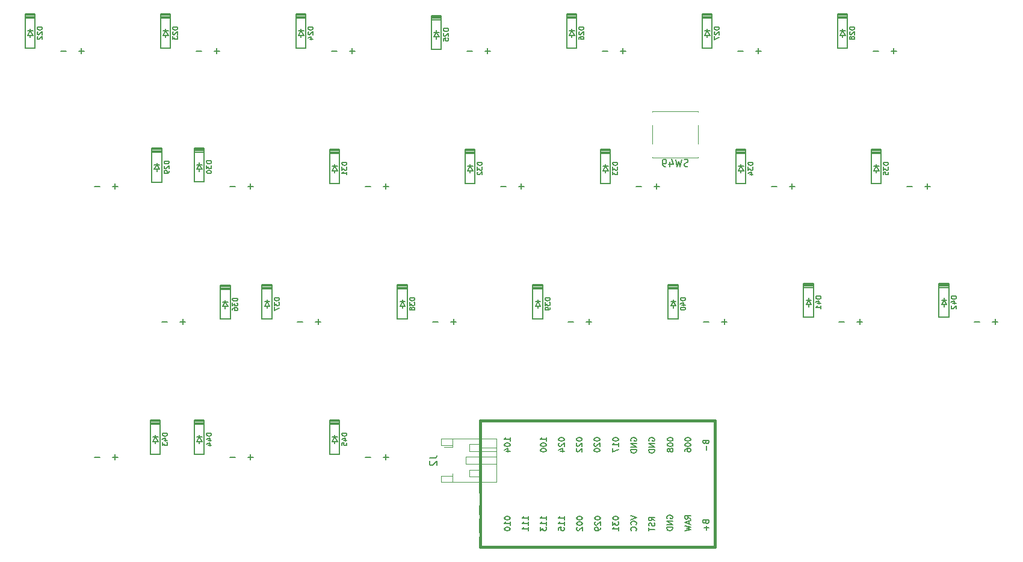
<source format=gbo>
G04 #@! TF.GenerationSoftware,KiCad,Pcbnew,(5.1.4)-1*
G04 #@! TF.CreationDate,2021-01-05T09:43:52-08:00*
G04 #@! TF.ProjectId,andante-classic,616e6461-6e74-4652-9d63-6c6173736963,rev?*
G04 #@! TF.SameCoordinates,Original*
G04 #@! TF.FileFunction,Legend,Bot*
G04 #@! TF.FilePolarity,Positive*
%FSLAX46Y46*%
G04 Gerber Fmt 4.6, Leading zero omitted, Abs format (unit mm)*
G04 Created by KiCad (PCBNEW (5.1.4)-1) date 2021-01-05 09:43:52*
%MOMM*%
%LPD*%
G04 APERTURE LIST*
%ADD10C,0.200000*%
%ADD11C,0.120000*%
%ADD12C,0.381000*%
%ADD13C,0.150000*%
%ADD14R,2.007000X2.007000*%
%ADD15C,2.007000*%
%ADD16C,0.902000*%
%ADD17C,1.802000*%
%ADD18C,2.102000*%
%ADD19C,1.852000*%
%ADD20C,2.352000*%
%ADD21C,4.089800*%
%ADD22C,2.352000*%
%ADD23R,1.302000X1.302000*%
%ADD24O,1.852000X1.302000*%
%ADD25C,0.100000*%
%ADD26C,1.302000*%
%ADD27R,1.652000X1.402000*%
%ADD28C,1.854600*%
%ADD29O,1.702000X2.102000*%
%ADD30C,1.702000*%
%ADD31R,1.702000X1.702000*%
G04 APERTURE END LIST*
D10*
X202406250Y-22921875D02*
X202406250Y-23221875D01*
X202406250Y-22321875D02*
X202406250Y-22021875D01*
X202056250Y-22321875D02*
X202806250Y-22321875D01*
X202806250Y-22921875D02*
X202406250Y-22321875D01*
X202056250Y-22921875D02*
X202806250Y-22921875D01*
X202406250Y-22321875D02*
X202056250Y-22921875D01*
X201706250Y-19921875D02*
X203106250Y-19921875D01*
X201706250Y-20121875D02*
X203106250Y-20121875D01*
X201706250Y-20321875D02*
X203106250Y-20321875D01*
X201706250Y-20521875D02*
X203106250Y-20521875D01*
X203106250Y-19921875D02*
X203106250Y-24721875D01*
X201706250Y-24721875D02*
X203106250Y-24721875D01*
X201706250Y-19921875D02*
X201706250Y-24721875D01*
X221456250Y-23131250D02*
X221456250Y-23431250D01*
X221456250Y-22531250D02*
X221456250Y-22231250D01*
X221106250Y-22531250D02*
X221856250Y-22531250D01*
X221856250Y-23131250D02*
X221456250Y-22531250D01*
X221106250Y-23131250D02*
X221856250Y-23131250D01*
X221456250Y-22531250D02*
X221106250Y-23131250D01*
X220756250Y-20131250D02*
X222156250Y-20131250D01*
X220756250Y-20331250D02*
X222156250Y-20331250D01*
X220756250Y-20531250D02*
X222156250Y-20531250D01*
X220756250Y-20731250D02*
X222156250Y-20731250D01*
X222156250Y-20131250D02*
X222156250Y-24931250D01*
X220756250Y-24931250D02*
X222156250Y-24931250D01*
X220756250Y-20131250D02*
X220756250Y-24931250D01*
X183356250Y-22921875D02*
X183356250Y-23221875D01*
X183356250Y-22321875D02*
X183356250Y-22021875D01*
X183006250Y-22321875D02*
X183756250Y-22321875D01*
X183756250Y-22921875D02*
X183356250Y-22321875D01*
X183006250Y-22921875D02*
X183756250Y-22921875D01*
X183356250Y-22321875D02*
X183006250Y-22921875D01*
X182656250Y-19921875D02*
X184056250Y-19921875D01*
X182656250Y-20121875D02*
X184056250Y-20121875D01*
X182656250Y-20321875D02*
X184056250Y-20321875D01*
X182656250Y-20521875D02*
X184056250Y-20521875D01*
X184056250Y-19921875D02*
X184056250Y-24721875D01*
X182656250Y-24721875D02*
X184056250Y-24721875D01*
X182656250Y-19921875D02*
X182656250Y-24721875D01*
D11*
X223750000Y-80900000D02*
X222535000Y-80900000D01*
X227710000Y-80960000D02*
X229970000Y-80960000D01*
X227710000Y-81460000D02*
X229970000Y-81460000D01*
X226110000Y-84060000D02*
X226110000Y-85060000D01*
X227710000Y-84060000D02*
X226110000Y-84060000D01*
X227710000Y-85060000D02*
X227710000Y-84060000D01*
X226110000Y-85060000D02*
X227710000Y-85060000D01*
X226110000Y-81460000D02*
X226110000Y-80460000D01*
X227710000Y-81460000D02*
X226110000Y-81460000D01*
X227710000Y-80460000D02*
X227710000Y-81460000D01*
X226110000Y-80460000D02*
X227710000Y-80460000D01*
X223750000Y-85820000D02*
X223750000Y-84900000D01*
X223750000Y-79700000D02*
X223750000Y-80620000D01*
X225610000Y-83260000D02*
X229970000Y-83260000D01*
X225610000Y-82260000D02*
X225610000Y-83260000D01*
X229970000Y-82260000D02*
X225610000Y-82260000D01*
X223750000Y-84900000D02*
X223750000Y-84620000D01*
X222150000Y-84900000D02*
X223750000Y-84900000D01*
X222150000Y-85820000D02*
X222150000Y-84900000D01*
X229970000Y-85820000D02*
X222150000Y-85820000D01*
X229970000Y-79700000D02*
X229970000Y-85820000D01*
X222150000Y-79700000D02*
X229970000Y-79700000D01*
X222150000Y-80620000D02*
X222150000Y-79700000D01*
X223750000Y-80620000D02*
X222150000Y-80620000D01*
X223750000Y-80900000D02*
X223750000Y-80620000D01*
D10*
X191780000Y-61080000D02*
X191780000Y-61380000D01*
X191780000Y-60480000D02*
X191780000Y-60180000D01*
X191430000Y-60480000D02*
X192180000Y-60480000D01*
X192180000Y-61080000D02*
X191780000Y-60480000D01*
X191430000Y-61080000D02*
X192180000Y-61080000D01*
X191780000Y-60480000D02*
X191430000Y-61080000D01*
X191080000Y-58080000D02*
X192480000Y-58080000D01*
X191080000Y-58280000D02*
X192480000Y-58280000D01*
X191080000Y-58480000D02*
X192480000Y-58480000D01*
X191080000Y-58680000D02*
X192480000Y-58680000D01*
X192480000Y-58080000D02*
X192480000Y-62880000D01*
X191080000Y-62880000D02*
X192480000Y-62880000D01*
X191080000Y-58080000D02*
X191080000Y-62880000D01*
X182140000Y-41780000D02*
X182140000Y-42080000D01*
X182140000Y-41180000D02*
X182140000Y-40880000D01*
X181790000Y-41180000D02*
X182540000Y-41180000D01*
X182540000Y-41780000D02*
X182140000Y-41180000D01*
X181790000Y-41780000D02*
X182540000Y-41780000D01*
X182140000Y-41180000D02*
X181790000Y-41780000D01*
X181440000Y-38780000D02*
X182840000Y-38780000D01*
X181440000Y-38980000D02*
X182840000Y-38980000D01*
X181440000Y-39180000D02*
X182840000Y-39180000D01*
X181440000Y-39380000D02*
X182840000Y-39380000D01*
X182840000Y-38780000D02*
X182840000Y-43580000D01*
X181440000Y-43580000D02*
X182840000Y-43580000D01*
X181440000Y-38780000D02*
X181440000Y-43580000D01*
X164306250Y-22921875D02*
X164306250Y-23221875D01*
X164306250Y-22321875D02*
X164306250Y-22021875D01*
X163956250Y-22321875D02*
X164706250Y-22321875D01*
X164706250Y-22921875D02*
X164306250Y-22321875D01*
X163956250Y-22921875D02*
X164706250Y-22921875D01*
X164306250Y-22321875D02*
X163956250Y-22921875D01*
X163606250Y-19921875D02*
X165006250Y-19921875D01*
X163606250Y-20121875D02*
X165006250Y-20121875D01*
X163606250Y-20321875D02*
X165006250Y-20321875D01*
X163606250Y-20521875D02*
X165006250Y-20521875D01*
X165006250Y-19921875D02*
X165006250Y-24721875D01*
X163606250Y-24721875D02*
X165006250Y-24721875D01*
X163606250Y-19921875D02*
X163606250Y-24721875D01*
X226218750Y-41971875D02*
X226218750Y-42271875D01*
X226218750Y-41371875D02*
X226218750Y-41071875D01*
X225868750Y-41371875D02*
X226618750Y-41371875D01*
X226618750Y-41971875D02*
X226218750Y-41371875D01*
X225868750Y-41971875D02*
X226618750Y-41971875D01*
X226218750Y-41371875D02*
X225868750Y-41971875D01*
X225518750Y-38971875D02*
X226918750Y-38971875D01*
X225518750Y-39171875D02*
X226918750Y-39171875D01*
X225518750Y-39371875D02*
X226918750Y-39371875D01*
X225518750Y-39571875D02*
X226918750Y-39571875D01*
X226918750Y-38971875D02*
X226918750Y-43771875D01*
X225518750Y-43771875D02*
X226918750Y-43771875D01*
X225518750Y-38971875D02*
X225518750Y-43771875D01*
X188118750Y-41762500D02*
X188118750Y-42062500D01*
X188118750Y-41162500D02*
X188118750Y-40862500D01*
X187768750Y-41162500D02*
X188518750Y-41162500D01*
X188518750Y-41762500D02*
X188118750Y-41162500D01*
X187768750Y-41762500D02*
X188518750Y-41762500D01*
X188118750Y-41162500D02*
X187768750Y-41762500D01*
X187418750Y-38762500D02*
X188818750Y-38762500D01*
X187418750Y-38962500D02*
X188818750Y-38962500D01*
X187418750Y-39162500D02*
X188818750Y-39162500D01*
X187418750Y-39362500D02*
X188818750Y-39362500D01*
X188818750Y-38762500D02*
X188818750Y-43562500D01*
X187418750Y-43562500D02*
X188818750Y-43562500D01*
X187418750Y-38762500D02*
X187418750Y-43562500D01*
X240506250Y-22921875D02*
X240506250Y-23221875D01*
X240506250Y-22321875D02*
X240506250Y-22021875D01*
X240156250Y-22321875D02*
X240906250Y-22321875D01*
X240906250Y-22921875D02*
X240506250Y-22321875D01*
X240156250Y-22921875D02*
X240906250Y-22921875D01*
X240506250Y-22321875D02*
X240156250Y-22921875D01*
X239806250Y-19921875D02*
X241206250Y-19921875D01*
X239806250Y-20121875D02*
X241206250Y-20121875D01*
X239806250Y-20321875D02*
X241206250Y-20321875D01*
X239806250Y-20521875D02*
X241206250Y-20521875D01*
X241206250Y-19921875D02*
X241206250Y-24721875D01*
X239806250Y-24721875D02*
X241206250Y-24721875D01*
X239806250Y-19921875D02*
X239806250Y-24721875D01*
X278606250Y-22921875D02*
X278606250Y-23221875D01*
X278606250Y-22321875D02*
X278606250Y-22021875D01*
X278256250Y-22321875D02*
X279006250Y-22321875D01*
X279006250Y-22921875D02*
X278606250Y-22321875D01*
X278256250Y-22921875D02*
X279006250Y-22921875D01*
X278606250Y-22321875D02*
X278256250Y-22921875D01*
X277906250Y-19921875D02*
X279306250Y-19921875D01*
X277906250Y-20121875D02*
X279306250Y-20121875D01*
X277906250Y-20321875D02*
X279306250Y-20321875D01*
X277906250Y-20521875D02*
X279306250Y-20521875D01*
X279306250Y-19921875D02*
X279306250Y-24721875D01*
X277906250Y-24721875D02*
X279306250Y-24721875D01*
X277906250Y-19921875D02*
X277906250Y-24721875D01*
X273843750Y-60812500D02*
X273843750Y-61112500D01*
X273843750Y-60212500D02*
X273843750Y-59912500D01*
X273493750Y-60212500D02*
X274243750Y-60212500D01*
X274243750Y-60812500D02*
X273843750Y-60212500D01*
X273493750Y-60812500D02*
X274243750Y-60812500D01*
X273843750Y-60212500D02*
X273493750Y-60812500D01*
X273143750Y-57812500D02*
X274543750Y-57812500D01*
X273143750Y-58012500D02*
X274543750Y-58012500D01*
X273143750Y-58212500D02*
X274543750Y-58212500D01*
X273143750Y-58412500D02*
X274543750Y-58412500D01*
X274543750Y-57812500D02*
X274543750Y-62612500D01*
X273143750Y-62612500D02*
X274543750Y-62612500D01*
X273143750Y-57812500D02*
X273143750Y-62612500D01*
X254793750Y-61009000D02*
X254793750Y-61309000D01*
X254793750Y-60409000D02*
X254793750Y-60109000D01*
X254443750Y-60409000D02*
X255193750Y-60409000D01*
X255193750Y-61009000D02*
X254793750Y-60409000D01*
X254443750Y-61009000D02*
X255193750Y-61009000D01*
X254793750Y-60409000D02*
X254443750Y-61009000D01*
X254093750Y-58009000D02*
X255493750Y-58009000D01*
X254093750Y-58209000D02*
X255493750Y-58209000D01*
X254093750Y-58409000D02*
X255493750Y-58409000D01*
X254093750Y-58609000D02*
X255493750Y-58609000D01*
X255493750Y-58009000D02*
X255493750Y-62809000D01*
X254093750Y-62809000D02*
X255493750Y-62809000D01*
X254093750Y-58009000D02*
X254093750Y-62809000D01*
X259556250Y-22921875D02*
X259556250Y-23221875D01*
X259556250Y-22321875D02*
X259556250Y-22021875D01*
X259206250Y-22321875D02*
X259956250Y-22321875D01*
X259956250Y-22921875D02*
X259556250Y-22321875D01*
X259206250Y-22921875D02*
X259956250Y-22921875D01*
X259556250Y-22321875D02*
X259206250Y-22921875D01*
X258856250Y-19921875D02*
X260256250Y-19921875D01*
X258856250Y-20121875D02*
X260256250Y-20121875D01*
X258856250Y-20321875D02*
X260256250Y-20321875D01*
X258856250Y-20521875D02*
X260256250Y-20521875D01*
X260256250Y-19921875D02*
X260256250Y-24721875D01*
X258856250Y-24721875D02*
X260256250Y-24721875D01*
X258856250Y-19921875D02*
X258856250Y-24721875D01*
X207168750Y-80071875D02*
X207168750Y-80371875D01*
X207168750Y-79471875D02*
X207168750Y-79171875D01*
X206818750Y-79471875D02*
X207568750Y-79471875D01*
X207568750Y-80071875D02*
X207168750Y-79471875D01*
X206818750Y-80071875D02*
X207568750Y-80071875D01*
X207168750Y-79471875D02*
X206818750Y-80071875D01*
X206468750Y-77071875D02*
X207868750Y-77071875D01*
X206468750Y-77271875D02*
X207868750Y-77271875D01*
X206468750Y-77471875D02*
X207868750Y-77471875D01*
X206468750Y-77671875D02*
X207868750Y-77671875D01*
X207868750Y-77071875D02*
X207868750Y-81871875D01*
X206468750Y-81871875D02*
X207868750Y-81871875D01*
X206468750Y-77071875D02*
X206468750Y-81871875D01*
X181910000Y-80071875D02*
X181910000Y-80371875D01*
X181910000Y-79471875D02*
X181910000Y-79171875D01*
X181560000Y-79471875D02*
X182310000Y-79471875D01*
X182310000Y-80071875D02*
X181910000Y-79471875D01*
X181560000Y-80071875D02*
X182310000Y-80071875D01*
X181910000Y-79471875D02*
X181560000Y-80071875D01*
X181210000Y-77071875D02*
X182610000Y-77071875D01*
X181210000Y-77271875D02*
X182610000Y-77271875D01*
X181210000Y-77471875D02*
X182610000Y-77471875D01*
X181210000Y-77671875D02*
X182610000Y-77671875D01*
X182610000Y-77071875D02*
X182610000Y-81871875D01*
X181210000Y-81871875D02*
X182610000Y-81871875D01*
X181210000Y-77071875D02*
X181210000Y-81871875D01*
X292893750Y-60812500D02*
X292893750Y-61112500D01*
X292893750Y-60212500D02*
X292893750Y-59912500D01*
X292543750Y-60212500D02*
X293293750Y-60212500D01*
X293293750Y-60812500D02*
X292893750Y-60212500D01*
X292543750Y-60812500D02*
X293293750Y-60812500D01*
X292893750Y-60212500D02*
X292543750Y-60812500D01*
X292193750Y-57812500D02*
X293593750Y-57812500D01*
X292193750Y-58012500D02*
X293593750Y-58012500D01*
X292193750Y-58212500D02*
X293593750Y-58212500D01*
X292193750Y-58412500D02*
X293593750Y-58412500D01*
X293593750Y-57812500D02*
X293593750Y-62612500D01*
X292193750Y-62612500D02*
X293593750Y-62612500D01*
X292193750Y-57812500D02*
X292193750Y-62612500D01*
X235743750Y-61021875D02*
X235743750Y-61321875D01*
X235743750Y-60421875D02*
X235743750Y-60121875D01*
X235393750Y-60421875D02*
X236143750Y-60421875D01*
X236143750Y-61021875D02*
X235743750Y-60421875D01*
X235393750Y-61021875D02*
X236143750Y-61021875D01*
X235743750Y-60421875D02*
X235393750Y-61021875D01*
X235043750Y-58021875D02*
X236443750Y-58021875D01*
X235043750Y-58221875D02*
X236443750Y-58221875D01*
X235043750Y-58421875D02*
X236443750Y-58421875D01*
X235043750Y-58621875D02*
X236443750Y-58621875D01*
X236443750Y-58021875D02*
X236443750Y-62821875D01*
X235043750Y-62821875D02*
X236443750Y-62821875D01*
X235043750Y-58021875D02*
X235043750Y-62821875D01*
X216693750Y-61021875D02*
X216693750Y-61321875D01*
X216693750Y-60421875D02*
X216693750Y-60121875D01*
X216343750Y-60421875D02*
X217093750Y-60421875D01*
X217093750Y-61021875D02*
X216693750Y-60421875D01*
X216343750Y-61021875D02*
X217093750Y-61021875D01*
X216693750Y-60421875D02*
X216343750Y-61021875D01*
X215993750Y-58021875D02*
X217393750Y-58021875D01*
X215993750Y-58221875D02*
X217393750Y-58221875D01*
X215993750Y-58421875D02*
X217393750Y-58421875D01*
X215993750Y-58621875D02*
X217393750Y-58621875D01*
X217393750Y-58021875D02*
X217393750Y-62821875D01*
X215993750Y-62821875D02*
X217393750Y-62821875D01*
X215993750Y-58021875D02*
X215993750Y-62821875D01*
X283368750Y-41971875D02*
X283368750Y-42271875D01*
X283368750Y-41371875D02*
X283368750Y-41071875D01*
X283018750Y-41371875D02*
X283768750Y-41371875D01*
X283768750Y-41971875D02*
X283368750Y-41371875D01*
X283018750Y-41971875D02*
X283768750Y-41971875D01*
X283368750Y-41371875D02*
X283018750Y-41971875D01*
X282668750Y-38971875D02*
X284068750Y-38971875D01*
X282668750Y-39171875D02*
X284068750Y-39171875D01*
X282668750Y-39371875D02*
X284068750Y-39371875D01*
X282668750Y-39571875D02*
X284068750Y-39571875D01*
X284068750Y-38971875D02*
X284068750Y-43771875D01*
X282668750Y-43771875D02*
X284068750Y-43771875D01*
X282668750Y-38971875D02*
X282668750Y-43771875D01*
X245268750Y-41971875D02*
X245268750Y-42271875D01*
X245268750Y-41371875D02*
X245268750Y-41071875D01*
X244918750Y-41371875D02*
X245668750Y-41371875D01*
X245668750Y-41971875D02*
X245268750Y-41371875D01*
X244918750Y-41971875D02*
X245668750Y-41971875D01*
X245268750Y-41371875D02*
X244918750Y-41971875D01*
X244568750Y-38971875D02*
X245968750Y-38971875D01*
X244568750Y-39171875D02*
X245968750Y-39171875D01*
X244568750Y-39371875D02*
X245968750Y-39371875D01*
X244568750Y-39571875D02*
X245968750Y-39571875D01*
X245968750Y-38971875D02*
X245968750Y-43771875D01*
X244568750Y-43771875D02*
X245968750Y-43771875D01*
X244568750Y-38971875D02*
X244568750Y-43771875D01*
X207168750Y-41971875D02*
X207168750Y-42271875D01*
X207168750Y-41371875D02*
X207168750Y-41071875D01*
X206818750Y-41371875D02*
X207568750Y-41371875D01*
X207568750Y-41971875D02*
X207168750Y-41371875D01*
X206818750Y-41971875D02*
X207568750Y-41971875D01*
X207168750Y-41371875D02*
X206818750Y-41971875D01*
X206468750Y-38971875D02*
X207868750Y-38971875D01*
X206468750Y-39171875D02*
X207868750Y-39171875D01*
X206468750Y-39371875D02*
X207868750Y-39371875D01*
X206468750Y-39571875D02*
X207868750Y-39571875D01*
X207868750Y-38971875D02*
X207868750Y-43771875D01*
X206468750Y-43771875D02*
X207868750Y-43771875D01*
X206468750Y-38971875D02*
X206468750Y-43771875D01*
X197643750Y-61021875D02*
X197643750Y-61321875D01*
X197643750Y-60421875D02*
X197643750Y-60121875D01*
X197293750Y-60421875D02*
X198043750Y-60421875D01*
X198043750Y-61021875D02*
X197643750Y-60421875D01*
X197293750Y-61021875D02*
X198043750Y-61021875D01*
X197643750Y-60421875D02*
X197293750Y-61021875D01*
X196943750Y-58021875D02*
X198343750Y-58021875D01*
X196943750Y-58221875D02*
X198343750Y-58221875D01*
X196943750Y-58421875D02*
X198343750Y-58421875D01*
X196943750Y-58621875D02*
X198343750Y-58621875D01*
X198343750Y-58021875D02*
X198343750Y-62821875D01*
X196943750Y-62821875D02*
X198343750Y-62821875D01*
X196943750Y-58021875D02*
X196943750Y-62821875D01*
X188118750Y-80071875D02*
X188118750Y-80371875D01*
X188118750Y-79471875D02*
X188118750Y-79171875D01*
X187768750Y-79471875D02*
X188518750Y-79471875D01*
X188518750Y-80071875D02*
X188118750Y-79471875D01*
X187768750Y-80071875D02*
X188518750Y-80071875D01*
X188118750Y-79471875D02*
X187768750Y-80071875D01*
X187418750Y-77071875D02*
X188818750Y-77071875D01*
X187418750Y-77271875D02*
X188818750Y-77271875D01*
X187418750Y-77471875D02*
X188818750Y-77471875D01*
X187418750Y-77671875D02*
X188818750Y-77671875D01*
X188818750Y-77071875D02*
X188818750Y-81871875D01*
X187418750Y-81871875D02*
X188818750Y-81871875D01*
X187418750Y-77071875D02*
X187418750Y-81871875D01*
X264318750Y-41971875D02*
X264318750Y-42271875D01*
X264318750Y-41371875D02*
X264318750Y-41071875D01*
X263968750Y-41371875D02*
X264718750Y-41371875D01*
X264718750Y-41971875D02*
X264318750Y-41371875D01*
X263968750Y-41971875D02*
X264718750Y-41971875D01*
X264318750Y-41371875D02*
X263968750Y-41971875D01*
X263618750Y-38971875D02*
X265018750Y-38971875D01*
X263618750Y-39171875D02*
X265018750Y-39171875D01*
X263618750Y-39371875D02*
X265018750Y-39371875D01*
X263618750Y-39571875D02*
X265018750Y-39571875D01*
X265018750Y-38971875D02*
X265018750Y-43771875D01*
X263618750Y-43771875D02*
X265018750Y-43771875D01*
X263618750Y-38971875D02*
X263618750Y-43771875D01*
D11*
X251850000Y-33650000D02*
X258310000Y-33650000D01*
X251850000Y-38180000D02*
X251850000Y-35580000D01*
X251850000Y-40110000D02*
X258310000Y-40110000D01*
X258310000Y-38180000D02*
X258310000Y-35580000D01*
X251850000Y-40080000D02*
X251850000Y-40110000D01*
X251850000Y-33650000D02*
X251850000Y-33680000D01*
X258310000Y-33650000D02*
X258310000Y-33680000D01*
X258310000Y-40110000D02*
X258310000Y-40080000D01*
D12*
X227670000Y-94970000D02*
X260690000Y-94970000D01*
X227670000Y-77190000D02*
X227670000Y-94970000D01*
X260690000Y-77190000D02*
X227670000Y-77190000D01*
X260690000Y-94970000D02*
X260690000Y-77190000D01*
D13*
X240045922Y-63246428D02*
X240807827Y-63246428D01*
X242585922Y-63246428D02*
X243347827Y-63246428D01*
X242966875Y-63627380D02*
X242966875Y-62865476D01*
X259095922Y-63246428D02*
X259857827Y-63246428D01*
X261635922Y-63246428D02*
X262397827Y-63246428D01*
X262016875Y-63627380D02*
X262016875Y-62865476D01*
X204122916Y-21771875D02*
X203422916Y-21771875D01*
X203422916Y-21938541D01*
X203456250Y-22038541D01*
X203522916Y-22105208D01*
X203589583Y-22138541D01*
X203722916Y-22171875D01*
X203822916Y-22171875D01*
X203956250Y-22138541D01*
X204022916Y-22105208D01*
X204089583Y-22038541D01*
X204122916Y-21938541D01*
X204122916Y-21771875D01*
X203489583Y-22438541D02*
X203456250Y-22471875D01*
X203422916Y-22538541D01*
X203422916Y-22705208D01*
X203456250Y-22771875D01*
X203489583Y-22805208D01*
X203556250Y-22838541D01*
X203622916Y-22838541D01*
X203722916Y-22805208D01*
X204122916Y-22405208D01*
X204122916Y-22838541D01*
X203656250Y-23438541D02*
X204122916Y-23438541D01*
X203389583Y-23271875D02*
X203889583Y-23105208D01*
X203889583Y-23538541D01*
X223172916Y-21981250D02*
X222472916Y-21981250D01*
X222472916Y-22147916D01*
X222506250Y-22247916D01*
X222572916Y-22314583D01*
X222639583Y-22347916D01*
X222772916Y-22381250D01*
X222872916Y-22381250D01*
X223006250Y-22347916D01*
X223072916Y-22314583D01*
X223139583Y-22247916D01*
X223172916Y-22147916D01*
X223172916Y-21981250D01*
X222539583Y-22647916D02*
X222506250Y-22681250D01*
X222472916Y-22747916D01*
X222472916Y-22914583D01*
X222506250Y-22981250D01*
X222539583Y-23014583D01*
X222606250Y-23047916D01*
X222672916Y-23047916D01*
X222772916Y-23014583D01*
X223172916Y-22614583D01*
X223172916Y-23047916D01*
X222472916Y-23681250D02*
X222472916Y-23347916D01*
X222806250Y-23314583D01*
X222772916Y-23347916D01*
X222739583Y-23414583D01*
X222739583Y-23581250D01*
X222772916Y-23647916D01*
X222806250Y-23681250D01*
X222872916Y-23714583D01*
X223039583Y-23714583D01*
X223106250Y-23681250D01*
X223139583Y-23647916D01*
X223172916Y-23581250D01*
X223172916Y-23414583D01*
X223139583Y-23347916D01*
X223106250Y-23314583D01*
X185072916Y-21771875D02*
X184372916Y-21771875D01*
X184372916Y-21938541D01*
X184406250Y-22038541D01*
X184472916Y-22105208D01*
X184539583Y-22138541D01*
X184672916Y-22171875D01*
X184772916Y-22171875D01*
X184906250Y-22138541D01*
X184972916Y-22105208D01*
X185039583Y-22038541D01*
X185072916Y-21938541D01*
X185072916Y-21771875D01*
X184439583Y-22438541D02*
X184406250Y-22471875D01*
X184372916Y-22538541D01*
X184372916Y-22705208D01*
X184406250Y-22771875D01*
X184439583Y-22805208D01*
X184506250Y-22838541D01*
X184572916Y-22838541D01*
X184672916Y-22805208D01*
X185072916Y-22405208D01*
X185072916Y-22838541D01*
X184372916Y-23071875D02*
X184372916Y-23505208D01*
X184639583Y-23271875D01*
X184639583Y-23371875D01*
X184672916Y-23438541D01*
X184706250Y-23471875D01*
X184772916Y-23505208D01*
X184939583Y-23505208D01*
X185006250Y-23471875D01*
X185039583Y-23438541D01*
X185072916Y-23371875D01*
X185072916Y-23171875D01*
X185039583Y-23105208D01*
X185006250Y-23071875D01*
X201945922Y-63246428D02*
X202707827Y-63246428D01*
X204485922Y-63246428D02*
X205247827Y-63246428D01*
X204866875Y-63627380D02*
X204866875Y-62865476D01*
X206708422Y-25146428D02*
X207470327Y-25146428D01*
X209248422Y-25146428D02*
X210010327Y-25146428D01*
X209629375Y-25527380D02*
X209629375Y-24765476D01*
X187658422Y-25146428D02*
X188420327Y-25146428D01*
X190198422Y-25146428D02*
X190960327Y-25146428D01*
X190579375Y-25527380D02*
X190579375Y-24765476D01*
X287670922Y-44196428D02*
X288432827Y-44196428D01*
X290210922Y-44196428D02*
X290972827Y-44196428D01*
X290591875Y-44577380D02*
X290591875Y-43815476D01*
X230520922Y-44196428D02*
X231282827Y-44196428D01*
X233060922Y-44196428D02*
X233822827Y-44196428D01*
X233441875Y-44577380D02*
X233441875Y-43815476D01*
X268620922Y-44196428D02*
X269382827Y-44196428D01*
X271160922Y-44196428D02*
X271922827Y-44196428D01*
X271541875Y-44577380D02*
X271541875Y-43815476D01*
X211470922Y-44196428D02*
X212232827Y-44196428D01*
X214010922Y-44196428D02*
X214772827Y-44196428D01*
X214391875Y-44577380D02*
X214391875Y-43815476D01*
X220512380Y-82426666D02*
X221226666Y-82426666D01*
X221369523Y-82379047D01*
X221464761Y-82283809D01*
X221512380Y-82140952D01*
X221512380Y-82045714D01*
X220607619Y-82855238D02*
X220560000Y-82902857D01*
X220512380Y-82998095D01*
X220512380Y-83236190D01*
X220560000Y-83331428D01*
X220607619Y-83379047D01*
X220702857Y-83426666D01*
X220798095Y-83426666D01*
X220940952Y-83379047D01*
X221512380Y-82807619D01*
X221512380Y-83426666D01*
X193496666Y-59930000D02*
X192796666Y-59930000D01*
X192796666Y-60096666D01*
X192830000Y-60196666D01*
X192896666Y-60263333D01*
X192963333Y-60296666D01*
X193096666Y-60330000D01*
X193196666Y-60330000D01*
X193330000Y-60296666D01*
X193396666Y-60263333D01*
X193463333Y-60196666D01*
X193496666Y-60096666D01*
X193496666Y-59930000D01*
X192796666Y-60563333D02*
X192796666Y-60996666D01*
X193063333Y-60763333D01*
X193063333Y-60863333D01*
X193096666Y-60930000D01*
X193130000Y-60963333D01*
X193196666Y-60996666D01*
X193363333Y-60996666D01*
X193430000Y-60963333D01*
X193463333Y-60930000D01*
X193496666Y-60863333D01*
X193496666Y-60663333D01*
X193463333Y-60596666D01*
X193430000Y-60563333D01*
X192796666Y-61596666D02*
X192796666Y-61463333D01*
X192830000Y-61396666D01*
X192863333Y-61363333D01*
X192963333Y-61296666D01*
X193096666Y-61263333D01*
X193363333Y-61263333D01*
X193430000Y-61296666D01*
X193463333Y-61330000D01*
X193496666Y-61396666D01*
X193496666Y-61530000D01*
X193463333Y-61596666D01*
X193430000Y-61630000D01*
X193363333Y-61663333D01*
X193196666Y-61663333D01*
X193130000Y-61630000D01*
X193096666Y-61596666D01*
X193063333Y-61530000D01*
X193063333Y-61396666D01*
X193096666Y-61330000D01*
X193130000Y-61296666D01*
X193196666Y-61263333D01*
X183856666Y-40630000D02*
X183156666Y-40630000D01*
X183156666Y-40796666D01*
X183190000Y-40896666D01*
X183256666Y-40963333D01*
X183323333Y-40996666D01*
X183456666Y-41030000D01*
X183556666Y-41030000D01*
X183690000Y-40996666D01*
X183756666Y-40963333D01*
X183823333Y-40896666D01*
X183856666Y-40796666D01*
X183856666Y-40630000D01*
X183223333Y-41296666D02*
X183190000Y-41330000D01*
X183156666Y-41396666D01*
X183156666Y-41563333D01*
X183190000Y-41630000D01*
X183223333Y-41663333D01*
X183290000Y-41696666D01*
X183356666Y-41696666D01*
X183456666Y-41663333D01*
X183856666Y-41263333D01*
X183856666Y-41696666D01*
X183856666Y-42030000D02*
X183856666Y-42163333D01*
X183823333Y-42230000D01*
X183790000Y-42263333D01*
X183690000Y-42330000D01*
X183556666Y-42363333D01*
X183290000Y-42363333D01*
X183223333Y-42330000D01*
X183190000Y-42296666D01*
X183156666Y-42230000D01*
X183156666Y-42096666D01*
X183190000Y-42030000D01*
X183223333Y-41996666D01*
X183290000Y-41963333D01*
X183456666Y-41963333D01*
X183523333Y-41996666D01*
X183556666Y-42030000D01*
X183590000Y-42096666D01*
X183590000Y-42230000D01*
X183556666Y-42296666D01*
X183523333Y-42330000D01*
X183456666Y-42363333D01*
X166022916Y-21771875D02*
X165322916Y-21771875D01*
X165322916Y-21938541D01*
X165356250Y-22038541D01*
X165422916Y-22105208D01*
X165489583Y-22138541D01*
X165622916Y-22171875D01*
X165722916Y-22171875D01*
X165856250Y-22138541D01*
X165922916Y-22105208D01*
X165989583Y-22038541D01*
X166022916Y-21938541D01*
X166022916Y-21771875D01*
X165389583Y-22438541D02*
X165356250Y-22471875D01*
X165322916Y-22538541D01*
X165322916Y-22705208D01*
X165356250Y-22771875D01*
X165389583Y-22805208D01*
X165456250Y-22838541D01*
X165522916Y-22838541D01*
X165622916Y-22805208D01*
X166022916Y-22405208D01*
X166022916Y-22838541D01*
X165389583Y-23105208D02*
X165356250Y-23138541D01*
X165322916Y-23205208D01*
X165322916Y-23371875D01*
X165356250Y-23438541D01*
X165389583Y-23471875D01*
X165456250Y-23505208D01*
X165522916Y-23505208D01*
X165622916Y-23471875D01*
X166022916Y-23071875D01*
X166022916Y-23505208D01*
X282908422Y-25146428D02*
X283670327Y-25146428D01*
X285448422Y-25146428D02*
X286210327Y-25146428D01*
X285829375Y-25527380D02*
X285829375Y-24765476D01*
X263858422Y-25146428D02*
X264620327Y-25146428D01*
X266398422Y-25146428D02*
X267160327Y-25146428D01*
X266779375Y-25527380D02*
X266779375Y-24765476D01*
X244808422Y-25146428D02*
X245570327Y-25146428D01*
X247348422Y-25146428D02*
X248110327Y-25146428D01*
X247729375Y-25527380D02*
X247729375Y-24765476D01*
X225758422Y-25146428D02*
X226520327Y-25146428D01*
X228298422Y-25146428D02*
X229060327Y-25146428D01*
X228679375Y-25527380D02*
X228679375Y-24765476D01*
X249570922Y-44196428D02*
X250332827Y-44196428D01*
X252110922Y-44196428D02*
X252872827Y-44196428D01*
X252491875Y-44577380D02*
X252491875Y-43815476D01*
X220995922Y-63246428D02*
X221757827Y-63246428D01*
X223535922Y-63246428D02*
X224297827Y-63246428D01*
X223916875Y-63627380D02*
X223916875Y-62865476D01*
X193182827Y-44196428D02*
X192420922Y-44196428D01*
X195722827Y-44196428D02*
X194960922Y-44196428D01*
X195341875Y-44577380D02*
X195341875Y-43815476D01*
X227935416Y-40821875D02*
X227235416Y-40821875D01*
X227235416Y-40988541D01*
X227268750Y-41088541D01*
X227335416Y-41155208D01*
X227402083Y-41188541D01*
X227535416Y-41221875D01*
X227635416Y-41221875D01*
X227768750Y-41188541D01*
X227835416Y-41155208D01*
X227902083Y-41088541D01*
X227935416Y-40988541D01*
X227935416Y-40821875D01*
X227235416Y-41455208D02*
X227235416Y-41888541D01*
X227502083Y-41655208D01*
X227502083Y-41755208D01*
X227535416Y-41821875D01*
X227568750Y-41855208D01*
X227635416Y-41888541D01*
X227802083Y-41888541D01*
X227868750Y-41855208D01*
X227902083Y-41821875D01*
X227935416Y-41755208D01*
X227935416Y-41555208D01*
X227902083Y-41488541D01*
X227868750Y-41455208D01*
X227302083Y-42155208D02*
X227268750Y-42188541D01*
X227235416Y-42255208D01*
X227235416Y-42421875D01*
X227268750Y-42488541D01*
X227302083Y-42521875D01*
X227368750Y-42555208D01*
X227435416Y-42555208D01*
X227535416Y-42521875D01*
X227935416Y-42121875D01*
X227935416Y-42555208D01*
X189835416Y-40612500D02*
X189135416Y-40612500D01*
X189135416Y-40779166D01*
X189168750Y-40879166D01*
X189235416Y-40945833D01*
X189302083Y-40979166D01*
X189435416Y-41012500D01*
X189535416Y-41012500D01*
X189668750Y-40979166D01*
X189735416Y-40945833D01*
X189802083Y-40879166D01*
X189835416Y-40779166D01*
X189835416Y-40612500D01*
X189135416Y-41245833D02*
X189135416Y-41679166D01*
X189402083Y-41445833D01*
X189402083Y-41545833D01*
X189435416Y-41612500D01*
X189468750Y-41645833D01*
X189535416Y-41679166D01*
X189702083Y-41679166D01*
X189768750Y-41645833D01*
X189802083Y-41612500D01*
X189835416Y-41545833D01*
X189835416Y-41345833D01*
X189802083Y-41279166D01*
X189768750Y-41245833D01*
X189135416Y-42112500D02*
X189135416Y-42179166D01*
X189168750Y-42245833D01*
X189202083Y-42279166D01*
X189268750Y-42312500D01*
X189402083Y-42345833D01*
X189568750Y-42345833D01*
X189702083Y-42312500D01*
X189768750Y-42279166D01*
X189802083Y-42245833D01*
X189835416Y-42179166D01*
X189835416Y-42112500D01*
X189802083Y-42045833D01*
X189768750Y-42012500D01*
X189702083Y-41979166D01*
X189568750Y-41945833D01*
X189402083Y-41945833D01*
X189268750Y-41979166D01*
X189202083Y-42012500D01*
X189168750Y-42045833D01*
X189135416Y-42112500D01*
X242222916Y-21771875D02*
X241522916Y-21771875D01*
X241522916Y-21938541D01*
X241556250Y-22038541D01*
X241622916Y-22105208D01*
X241689583Y-22138541D01*
X241822916Y-22171875D01*
X241922916Y-22171875D01*
X242056250Y-22138541D01*
X242122916Y-22105208D01*
X242189583Y-22038541D01*
X242222916Y-21938541D01*
X242222916Y-21771875D01*
X241589583Y-22438541D02*
X241556250Y-22471875D01*
X241522916Y-22538541D01*
X241522916Y-22705208D01*
X241556250Y-22771875D01*
X241589583Y-22805208D01*
X241656250Y-22838541D01*
X241722916Y-22838541D01*
X241822916Y-22805208D01*
X242222916Y-22405208D01*
X242222916Y-22838541D01*
X241522916Y-23438541D02*
X241522916Y-23305208D01*
X241556250Y-23238541D01*
X241589583Y-23205208D01*
X241689583Y-23138541D01*
X241822916Y-23105208D01*
X242089583Y-23105208D01*
X242156250Y-23138541D01*
X242189583Y-23171875D01*
X242222916Y-23238541D01*
X242222916Y-23371875D01*
X242189583Y-23438541D01*
X242156250Y-23471875D01*
X242089583Y-23505208D01*
X241922916Y-23505208D01*
X241856250Y-23471875D01*
X241822916Y-23438541D01*
X241789583Y-23371875D01*
X241789583Y-23238541D01*
X241822916Y-23171875D01*
X241856250Y-23138541D01*
X241922916Y-23105208D01*
X280322916Y-21771875D02*
X279622916Y-21771875D01*
X279622916Y-21938541D01*
X279656250Y-22038541D01*
X279722916Y-22105208D01*
X279789583Y-22138541D01*
X279922916Y-22171875D01*
X280022916Y-22171875D01*
X280156250Y-22138541D01*
X280222916Y-22105208D01*
X280289583Y-22038541D01*
X280322916Y-21938541D01*
X280322916Y-21771875D01*
X279689583Y-22438541D02*
X279656250Y-22471875D01*
X279622916Y-22538541D01*
X279622916Y-22705208D01*
X279656250Y-22771875D01*
X279689583Y-22805208D01*
X279756250Y-22838541D01*
X279822916Y-22838541D01*
X279922916Y-22805208D01*
X280322916Y-22405208D01*
X280322916Y-22838541D01*
X279922916Y-23238541D02*
X279889583Y-23171875D01*
X279856250Y-23138541D01*
X279789583Y-23105208D01*
X279756250Y-23105208D01*
X279689583Y-23138541D01*
X279656250Y-23171875D01*
X279622916Y-23238541D01*
X279622916Y-23371875D01*
X279656250Y-23438541D01*
X279689583Y-23471875D01*
X279756250Y-23505208D01*
X279789583Y-23505208D01*
X279856250Y-23471875D01*
X279889583Y-23438541D01*
X279922916Y-23371875D01*
X279922916Y-23238541D01*
X279956250Y-23171875D01*
X279989583Y-23138541D01*
X280056250Y-23105208D01*
X280189583Y-23105208D01*
X280256250Y-23138541D01*
X280289583Y-23171875D01*
X280322916Y-23238541D01*
X280322916Y-23371875D01*
X280289583Y-23438541D01*
X280256250Y-23471875D01*
X280189583Y-23505208D01*
X280056250Y-23505208D01*
X279989583Y-23471875D01*
X279956250Y-23438541D01*
X279922916Y-23371875D01*
X275560416Y-59662500D02*
X274860416Y-59662500D01*
X274860416Y-59829166D01*
X274893750Y-59929166D01*
X274960416Y-59995833D01*
X275027083Y-60029166D01*
X275160416Y-60062500D01*
X275260416Y-60062500D01*
X275393750Y-60029166D01*
X275460416Y-59995833D01*
X275527083Y-59929166D01*
X275560416Y-59829166D01*
X275560416Y-59662500D01*
X275093750Y-60662500D02*
X275560416Y-60662500D01*
X274827083Y-60495833D02*
X275327083Y-60329166D01*
X275327083Y-60762500D01*
X275560416Y-61395833D02*
X275560416Y-60995833D01*
X275560416Y-61195833D02*
X274860416Y-61195833D01*
X274960416Y-61129166D01*
X275027083Y-61062500D01*
X275060416Y-60995833D01*
X256510416Y-59859000D02*
X255810416Y-59859000D01*
X255810416Y-60025666D01*
X255843750Y-60125666D01*
X255910416Y-60192333D01*
X255977083Y-60225666D01*
X256110416Y-60259000D01*
X256210416Y-60259000D01*
X256343750Y-60225666D01*
X256410416Y-60192333D01*
X256477083Y-60125666D01*
X256510416Y-60025666D01*
X256510416Y-59859000D01*
X256043750Y-60859000D02*
X256510416Y-60859000D01*
X255777083Y-60692333D02*
X256277083Y-60525666D01*
X256277083Y-60959000D01*
X255810416Y-61359000D02*
X255810416Y-61425666D01*
X255843750Y-61492333D01*
X255877083Y-61525666D01*
X255943750Y-61559000D01*
X256077083Y-61592333D01*
X256243750Y-61592333D01*
X256377083Y-61559000D01*
X256443750Y-61525666D01*
X256477083Y-61492333D01*
X256510416Y-61425666D01*
X256510416Y-61359000D01*
X256477083Y-61292333D01*
X256443750Y-61259000D01*
X256377083Y-61225666D01*
X256243750Y-61192333D01*
X256077083Y-61192333D01*
X255943750Y-61225666D01*
X255877083Y-61259000D01*
X255843750Y-61292333D01*
X255810416Y-61359000D01*
X261272916Y-21771875D02*
X260572916Y-21771875D01*
X260572916Y-21938541D01*
X260606250Y-22038541D01*
X260672916Y-22105208D01*
X260739583Y-22138541D01*
X260872916Y-22171875D01*
X260972916Y-22171875D01*
X261106250Y-22138541D01*
X261172916Y-22105208D01*
X261239583Y-22038541D01*
X261272916Y-21938541D01*
X261272916Y-21771875D01*
X260639583Y-22438541D02*
X260606250Y-22471875D01*
X260572916Y-22538541D01*
X260572916Y-22705208D01*
X260606250Y-22771875D01*
X260639583Y-22805208D01*
X260706250Y-22838541D01*
X260772916Y-22838541D01*
X260872916Y-22805208D01*
X261272916Y-22405208D01*
X261272916Y-22838541D01*
X260572916Y-23071875D02*
X260572916Y-23538541D01*
X261272916Y-23238541D01*
X208885416Y-78921875D02*
X208185416Y-78921875D01*
X208185416Y-79088541D01*
X208218750Y-79188541D01*
X208285416Y-79255208D01*
X208352083Y-79288541D01*
X208485416Y-79321875D01*
X208585416Y-79321875D01*
X208718750Y-79288541D01*
X208785416Y-79255208D01*
X208852083Y-79188541D01*
X208885416Y-79088541D01*
X208885416Y-78921875D01*
X208418750Y-79921875D02*
X208885416Y-79921875D01*
X208152083Y-79755208D02*
X208652083Y-79588541D01*
X208652083Y-80021875D01*
X208185416Y-80621875D02*
X208185416Y-80288541D01*
X208518750Y-80255208D01*
X208485416Y-80288541D01*
X208452083Y-80355208D01*
X208452083Y-80521875D01*
X208485416Y-80588541D01*
X208518750Y-80621875D01*
X208585416Y-80655208D01*
X208752083Y-80655208D01*
X208818750Y-80621875D01*
X208852083Y-80588541D01*
X208885416Y-80521875D01*
X208885416Y-80355208D01*
X208852083Y-80288541D01*
X208818750Y-80255208D01*
X183626666Y-78921875D02*
X182926666Y-78921875D01*
X182926666Y-79088541D01*
X182960000Y-79188541D01*
X183026666Y-79255208D01*
X183093333Y-79288541D01*
X183226666Y-79321875D01*
X183326666Y-79321875D01*
X183460000Y-79288541D01*
X183526666Y-79255208D01*
X183593333Y-79188541D01*
X183626666Y-79088541D01*
X183626666Y-78921875D01*
X183160000Y-79921875D02*
X183626666Y-79921875D01*
X182893333Y-79755208D02*
X183393333Y-79588541D01*
X183393333Y-80021875D01*
X182926666Y-80221875D02*
X182926666Y-80655208D01*
X183193333Y-80421875D01*
X183193333Y-80521875D01*
X183226666Y-80588541D01*
X183260000Y-80621875D01*
X183326666Y-80655208D01*
X183493333Y-80655208D01*
X183560000Y-80621875D01*
X183593333Y-80588541D01*
X183626666Y-80521875D01*
X183626666Y-80321875D01*
X183593333Y-80255208D01*
X183560000Y-80221875D01*
X294610416Y-59662500D02*
X293910416Y-59662500D01*
X293910416Y-59829166D01*
X293943750Y-59929166D01*
X294010416Y-59995833D01*
X294077083Y-60029166D01*
X294210416Y-60062500D01*
X294310416Y-60062500D01*
X294443750Y-60029166D01*
X294510416Y-59995833D01*
X294577083Y-59929166D01*
X294610416Y-59829166D01*
X294610416Y-59662500D01*
X294143750Y-60662500D02*
X294610416Y-60662500D01*
X293877083Y-60495833D02*
X294377083Y-60329166D01*
X294377083Y-60762500D01*
X293977083Y-60995833D02*
X293943750Y-61029166D01*
X293910416Y-61095833D01*
X293910416Y-61262500D01*
X293943750Y-61329166D01*
X293977083Y-61362500D01*
X294043750Y-61395833D01*
X294110416Y-61395833D01*
X294210416Y-61362500D01*
X294610416Y-60962500D01*
X294610416Y-61395833D01*
X237460416Y-59871875D02*
X236760416Y-59871875D01*
X236760416Y-60038541D01*
X236793750Y-60138541D01*
X236860416Y-60205208D01*
X236927083Y-60238541D01*
X237060416Y-60271875D01*
X237160416Y-60271875D01*
X237293750Y-60238541D01*
X237360416Y-60205208D01*
X237427083Y-60138541D01*
X237460416Y-60038541D01*
X237460416Y-59871875D01*
X236760416Y-60505208D02*
X236760416Y-60938541D01*
X237027083Y-60705208D01*
X237027083Y-60805208D01*
X237060416Y-60871875D01*
X237093750Y-60905208D01*
X237160416Y-60938541D01*
X237327083Y-60938541D01*
X237393750Y-60905208D01*
X237427083Y-60871875D01*
X237460416Y-60805208D01*
X237460416Y-60605208D01*
X237427083Y-60538541D01*
X237393750Y-60505208D01*
X237460416Y-61271875D02*
X237460416Y-61405208D01*
X237427083Y-61471875D01*
X237393750Y-61505208D01*
X237293750Y-61571875D01*
X237160416Y-61605208D01*
X236893750Y-61605208D01*
X236827083Y-61571875D01*
X236793750Y-61538541D01*
X236760416Y-61471875D01*
X236760416Y-61338541D01*
X236793750Y-61271875D01*
X236827083Y-61238541D01*
X236893750Y-61205208D01*
X237060416Y-61205208D01*
X237127083Y-61238541D01*
X237160416Y-61271875D01*
X237193750Y-61338541D01*
X237193750Y-61471875D01*
X237160416Y-61538541D01*
X237127083Y-61571875D01*
X237060416Y-61605208D01*
X218410416Y-59871875D02*
X217710416Y-59871875D01*
X217710416Y-60038541D01*
X217743750Y-60138541D01*
X217810416Y-60205208D01*
X217877083Y-60238541D01*
X218010416Y-60271875D01*
X218110416Y-60271875D01*
X218243750Y-60238541D01*
X218310416Y-60205208D01*
X218377083Y-60138541D01*
X218410416Y-60038541D01*
X218410416Y-59871875D01*
X217710416Y-60505208D02*
X217710416Y-60938541D01*
X217977083Y-60705208D01*
X217977083Y-60805208D01*
X218010416Y-60871875D01*
X218043750Y-60905208D01*
X218110416Y-60938541D01*
X218277083Y-60938541D01*
X218343750Y-60905208D01*
X218377083Y-60871875D01*
X218410416Y-60805208D01*
X218410416Y-60605208D01*
X218377083Y-60538541D01*
X218343750Y-60505208D01*
X218010416Y-61338541D02*
X217977083Y-61271875D01*
X217943750Y-61238541D01*
X217877083Y-61205208D01*
X217843750Y-61205208D01*
X217777083Y-61238541D01*
X217743750Y-61271875D01*
X217710416Y-61338541D01*
X217710416Y-61471875D01*
X217743750Y-61538541D01*
X217777083Y-61571875D01*
X217843750Y-61605208D01*
X217877083Y-61605208D01*
X217943750Y-61571875D01*
X217977083Y-61538541D01*
X218010416Y-61471875D01*
X218010416Y-61338541D01*
X218043750Y-61271875D01*
X218077083Y-61238541D01*
X218143750Y-61205208D01*
X218277083Y-61205208D01*
X218343750Y-61238541D01*
X218377083Y-61271875D01*
X218410416Y-61338541D01*
X218410416Y-61471875D01*
X218377083Y-61538541D01*
X218343750Y-61571875D01*
X218277083Y-61605208D01*
X218143750Y-61605208D01*
X218077083Y-61571875D01*
X218043750Y-61538541D01*
X218010416Y-61471875D01*
X285085416Y-40821875D02*
X284385416Y-40821875D01*
X284385416Y-40988541D01*
X284418750Y-41088541D01*
X284485416Y-41155208D01*
X284552083Y-41188541D01*
X284685416Y-41221875D01*
X284785416Y-41221875D01*
X284918750Y-41188541D01*
X284985416Y-41155208D01*
X285052083Y-41088541D01*
X285085416Y-40988541D01*
X285085416Y-40821875D01*
X284385416Y-41455208D02*
X284385416Y-41888541D01*
X284652083Y-41655208D01*
X284652083Y-41755208D01*
X284685416Y-41821875D01*
X284718750Y-41855208D01*
X284785416Y-41888541D01*
X284952083Y-41888541D01*
X285018750Y-41855208D01*
X285052083Y-41821875D01*
X285085416Y-41755208D01*
X285085416Y-41555208D01*
X285052083Y-41488541D01*
X285018750Y-41455208D01*
X284385416Y-42521875D02*
X284385416Y-42188541D01*
X284718750Y-42155208D01*
X284685416Y-42188541D01*
X284652083Y-42255208D01*
X284652083Y-42421875D01*
X284685416Y-42488541D01*
X284718750Y-42521875D01*
X284785416Y-42555208D01*
X284952083Y-42555208D01*
X285018750Y-42521875D01*
X285052083Y-42488541D01*
X285085416Y-42421875D01*
X285085416Y-42255208D01*
X285052083Y-42188541D01*
X285018750Y-42155208D01*
X246985416Y-40821875D02*
X246285416Y-40821875D01*
X246285416Y-40988541D01*
X246318750Y-41088541D01*
X246385416Y-41155208D01*
X246452083Y-41188541D01*
X246585416Y-41221875D01*
X246685416Y-41221875D01*
X246818750Y-41188541D01*
X246885416Y-41155208D01*
X246952083Y-41088541D01*
X246985416Y-40988541D01*
X246985416Y-40821875D01*
X246285416Y-41455208D02*
X246285416Y-41888541D01*
X246552083Y-41655208D01*
X246552083Y-41755208D01*
X246585416Y-41821875D01*
X246618750Y-41855208D01*
X246685416Y-41888541D01*
X246852083Y-41888541D01*
X246918750Y-41855208D01*
X246952083Y-41821875D01*
X246985416Y-41755208D01*
X246985416Y-41555208D01*
X246952083Y-41488541D01*
X246918750Y-41455208D01*
X246285416Y-42121875D02*
X246285416Y-42555208D01*
X246552083Y-42321875D01*
X246552083Y-42421875D01*
X246585416Y-42488541D01*
X246618750Y-42521875D01*
X246685416Y-42555208D01*
X246852083Y-42555208D01*
X246918750Y-42521875D01*
X246952083Y-42488541D01*
X246985416Y-42421875D01*
X246985416Y-42221875D01*
X246952083Y-42155208D01*
X246918750Y-42121875D01*
X208885416Y-40821875D02*
X208185416Y-40821875D01*
X208185416Y-40988541D01*
X208218750Y-41088541D01*
X208285416Y-41155208D01*
X208352083Y-41188541D01*
X208485416Y-41221875D01*
X208585416Y-41221875D01*
X208718750Y-41188541D01*
X208785416Y-41155208D01*
X208852083Y-41088541D01*
X208885416Y-40988541D01*
X208885416Y-40821875D01*
X208185416Y-41455208D02*
X208185416Y-41888541D01*
X208452083Y-41655208D01*
X208452083Y-41755208D01*
X208485416Y-41821875D01*
X208518750Y-41855208D01*
X208585416Y-41888541D01*
X208752083Y-41888541D01*
X208818750Y-41855208D01*
X208852083Y-41821875D01*
X208885416Y-41755208D01*
X208885416Y-41555208D01*
X208852083Y-41488541D01*
X208818750Y-41455208D01*
X208885416Y-42555208D02*
X208885416Y-42155208D01*
X208885416Y-42355208D02*
X208185416Y-42355208D01*
X208285416Y-42288541D01*
X208352083Y-42221875D01*
X208385416Y-42155208D01*
X199360416Y-59871875D02*
X198660416Y-59871875D01*
X198660416Y-60038541D01*
X198693750Y-60138541D01*
X198760416Y-60205208D01*
X198827083Y-60238541D01*
X198960416Y-60271875D01*
X199060416Y-60271875D01*
X199193750Y-60238541D01*
X199260416Y-60205208D01*
X199327083Y-60138541D01*
X199360416Y-60038541D01*
X199360416Y-59871875D01*
X198660416Y-60505208D02*
X198660416Y-60938541D01*
X198927083Y-60705208D01*
X198927083Y-60805208D01*
X198960416Y-60871875D01*
X198993750Y-60905208D01*
X199060416Y-60938541D01*
X199227083Y-60938541D01*
X199293750Y-60905208D01*
X199327083Y-60871875D01*
X199360416Y-60805208D01*
X199360416Y-60605208D01*
X199327083Y-60538541D01*
X199293750Y-60505208D01*
X198660416Y-61171875D02*
X198660416Y-61638541D01*
X199360416Y-61338541D01*
X189835416Y-78921875D02*
X189135416Y-78921875D01*
X189135416Y-79088541D01*
X189168750Y-79188541D01*
X189235416Y-79255208D01*
X189302083Y-79288541D01*
X189435416Y-79321875D01*
X189535416Y-79321875D01*
X189668750Y-79288541D01*
X189735416Y-79255208D01*
X189802083Y-79188541D01*
X189835416Y-79088541D01*
X189835416Y-78921875D01*
X189368750Y-79921875D02*
X189835416Y-79921875D01*
X189102083Y-79755208D02*
X189602083Y-79588541D01*
X189602083Y-80021875D01*
X189368750Y-80588541D02*
X189835416Y-80588541D01*
X189102083Y-80421875D02*
X189602083Y-80255208D01*
X189602083Y-80688541D01*
X266035416Y-40821875D02*
X265335416Y-40821875D01*
X265335416Y-40988541D01*
X265368750Y-41088541D01*
X265435416Y-41155208D01*
X265502083Y-41188541D01*
X265635416Y-41221875D01*
X265735416Y-41221875D01*
X265868750Y-41188541D01*
X265935416Y-41155208D01*
X266002083Y-41088541D01*
X266035416Y-40988541D01*
X266035416Y-40821875D01*
X265335416Y-41455208D02*
X265335416Y-41888541D01*
X265602083Y-41655208D01*
X265602083Y-41755208D01*
X265635416Y-41821875D01*
X265668750Y-41855208D01*
X265735416Y-41888541D01*
X265902083Y-41888541D01*
X265968750Y-41855208D01*
X266002083Y-41821875D01*
X266035416Y-41755208D01*
X266035416Y-41555208D01*
X266002083Y-41488541D01*
X265968750Y-41455208D01*
X265568750Y-42488541D02*
X266035416Y-42488541D01*
X265302083Y-42321875D02*
X265802083Y-42155208D01*
X265802083Y-42588541D01*
X256889523Y-41334761D02*
X256746666Y-41382380D01*
X256508571Y-41382380D01*
X256413333Y-41334761D01*
X256365714Y-41287142D01*
X256318095Y-41191904D01*
X256318095Y-41096666D01*
X256365714Y-41001428D01*
X256413333Y-40953809D01*
X256508571Y-40906190D01*
X256699047Y-40858571D01*
X256794285Y-40810952D01*
X256841904Y-40763333D01*
X256889523Y-40668095D01*
X256889523Y-40572857D01*
X256841904Y-40477619D01*
X256794285Y-40430000D01*
X256699047Y-40382380D01*
X256460952Y-40382380D01*
X256318095Y-40430000D01*
X255984761Y-40382380D02*
X255746666Y-41382380D01*
X255556190Y-40668095D01*
X255365714Y-41382380D01*
X255127619Y-40382380D01*
X254318095Y-40715714D02*
X254318095Y-41382380D01*
X254556190Y-40334761D02*
X254794285Y-41049047D01*
X254175238Y-41049047D01*
X253746666Y-41382380D02*
X253556190Y-41382380D01*
X253460952Y-41334761D01*
X253413333Y-41287142D01*
X253318095Y-41144285D01*
X253270476Y-40953809D01*
X253270476Y-40572857D01*
X253318095Y-40477619D01*
X253365714Y-40430000D01*
X253460952Y-40382380D01*
X253651428Y-40382380D01*
X253746666Y-40430000D01*
X253794285Y-40477619D01*
X253841904Y-40572857D01*
X253841904Y-40810952D01*
X253794285Y-40906190D01*
X253746666Y-40953809D01*
X253651428Y-41001428D01*
X253460952Y-41001428D01*
X253365714Y-40953809D01*
X253318095Y-40906190D01*
X253270476Y-40810952D01*
X192420922Y-82296428D02*
X193182827Y-82296428D01*
X194960922Y-82296428D02*
X195722827Y-82296428D01*
X195341875Y-82677380D02*
X195341875Y-81915476D01*
X183657827Y-63246428D02*
X182895922Y-63246428D01*
X186197827Y-63246428D02*
X185435922Y-63246428D01*
X185816875Y-63627380D02*
X185816875Y-62865476D01*
X173370922Y-44196428D02*
X174132827Y-44196428D01*
X175910922Y-44196428D02*
X176672827Y-44196428D01*
X176291875Y-44577380D02*
X176291875Y-43815476D01*
X253971904Y-79742810D02*
X253971904Y-79819000D01*
X254010000Y-79895190D01*
X254048095Y-79933286D01*
X254124285Y-79971381D01*
X254276666Y-80009476D01*
X254467142Y-80009476D01*
X254619523Y-79971381D01*
X254695714Y-79933286D01*
X254733809Y-79895190D01*
X254771904Y-79819000D01*
X254771904Y-79742810D01*
X254733809Y-79666619D01*
X254695714Y-79628524D01*
X254619523Y-79590429D01*
X254467142Y-79552333D01*
X254276666Y-79552333D01*
X254124285Y-79590429D01*
X254048095Y-79628524D01*
X254010000Y-79666619D01*
X253971904Y-79742810D01*
X253971904Y-80504714D02*
X253971904Y-80580905D01*
X254010000Y-80657095D01*
X254048095Y-80695190D01*
X254124285Y-80733286D01*
X254276666Y-80771381D01*
X254467142Y-80771381D01*
X254619523Y-80733286D01*
X254695714Y-80695190D01*
X254733809Y-80657095D01*
X254771904Y-80580905D01*
X254771904Y-80504714D01*
X254733809Y-80428524D01*
X254695714Y-80390429D01*
X254619523Y-80352333D01*
X254467142Y-80314238D01*
X254276666Y-80314238D01*
X254124285Y-80352333D01*
X254048095Y-80390429D01*
X254010000Y-80428524D01*
X253971904Y-80504714D01*
X254314761Y-81228524D02*
X254276666Y-81152333D01*
X254238571Y-81114238D01*
X254162380Y-81076143D01*
X254124285Y-81076143D01*
X254048095Y-81114238D01*
X254010000Y-81152333D01*
X253971904Y-81228524D01*
X253971904Y-81380905D01*
X254010000Y-81457095D01*
X254048095Y-81495190D01*
X254124285Y-81533286D01*
X254162380Y-81533286D01*
X254238571Y-81495190D01*
X254276666Y-81457095D01*
X254314761Y-81380905D01*
X254314761Y-81228524D01*
X254352857Y-81152333D01*
X254390952Y-81114238D01*
X254467142Y-81076143D01*
X254619523Y-81076143D01*
X254695714Y-81114238D01*
X254733809Y-81152333D01*
X254771904Y-81228524D01*
X254771904Y-81380905D01*
X254733809Y-81457095D01*
X254695714Y-81495190D01*
X254619523Y-81533286D01*
X254467142Y-81533286D01*
X254390952Y-81495190D01*
X254352857Y-81457095D01*
X254314761Y-81380905D01*
X243671904Y-79742810D02*
X243671904Y-79819000D01*
X243710000Y-79895190D01*
X243748095Y-79933286D01*
X243824285Y-79971381D01*
X243976666Y-80009476D01*
X244167142Y-80009476D01*
X244319523Y-79971381D01*
X244395714Y-79933286D01*
X244433809Y-79895190D01*
X244471904Y-79819000D01*
X244471904Y-79742810D01*
X244433809Y-79666619D01*
X244395714Y-79628524D01*
X244319523Y-79590429D01*
X244167142Y-79552333D01*
X243976666Y-79552333D01*
X243824285Y-79590429D01*
X243748095Y-79628524D01*
X243710000Y-79666619D01*
X243671904Y-79742810D01*
X243748095Y-80314238D02*
X243710000Y-80352333D01*
X243671904Y-80428524D01*
X243671904Y-80619000D01*
X243710000Y-80695190D01*
X243748095Y-80733286D01*
X243824285Y-80771381D01*
X243900476Y-80771381D01*
X244014761Y-80733286D01*
X244471904Y-80276143D01*
X244471904Y-80771381D01*
X243671904Y-81266619D02*
X243671904Y-81342810D01*
X243710000Y-81419000D01*
X243748095Y-81457095D01*
X243824285Y-81495190D01*
X243976666Y-81533286D01*
X244167142Y-81533286D01*
X244319523Y-81495190D01*
X244395714Y-81457095D01*
X244433809Y-81419000D01*
X244471904Y-81342810D01*
X244471904Y-81266619D01*
X244433809Y-81190429D01*
X244395714Y-81152333D01*
X244319523Y-81114238D01*
X244167142Y-81076143D01*
X243976666Y-81076143D01*
X243824285Y-81114238D01*
X243748095Y-81152333D01*
X243710000Y-81190429D01*
X243671904Y-81266619D01*
X246281904Y-79742810D02*
X246281904Y-79819000D01*
X246320000Y-79895190D01*
X246358095Y-79933286D01*
X246434285Y-79971381D01*
X246586666Y-80009476D01*
X246777142Y-80009476D01*
X246929523Y-79971381D01*
X247005714Y-79933286D01*
X247043809Y-79895190D01*
X247081904Y-79819000D01*
X247081904Y-79742810D01*
X247043809Y-79666619D01*
X247005714Y-79628524D01*
X246929523Y-79590429D01*
X246777142Y-79552333D01*
X246586666Y-79552333D01*
X246434285Y-79590429D01*
X246358095Y-79628524D01*
X246320000Y-79666619D01*
X246281904Y-79742810D01*
X247081904Y-80771381D02*
X247081904Y-80314238D01*
X247081904Y-80542810D02*
X246281904Y-80542810D01*
X246396190Y-80466619D01*
X246472380Y-80390429D01*
X246510476Y-80314238D01*
X246281904Y-81038048D02*
X246281904Y-81571381D01*
X247081904Y-81228524D01*
X248860000Y-80009476D02*
X248821904Y-79933285D01*
X248821904Y-79819000D01*
X248860000Y-79704714D01*
X248936190Y-79628523D01*
X249012380Y-79590428D01*
X249164761Y-79552333D01*
X249279047Y-79552333D01*
X249431428Y-79590428D01*
X249507619Y-79628523D01*
X249583809Y-79704714D01*
X249621904Y-79819000D01*
X249621904Y-79895190D01*
X249583809Y-80009476D01*
X249545714Y-80047571D01*
X249279047Y-80047571D01*
X249279047Y-79895190D01*
X249621904Y-80390428D02*
X248821904Y-80390428D01*
X249621904Y-80847571D01*
X248821904Y-80847571D01*
X249621904Y-81228523D02*
X248821904Y-81228523D01*
X248821904Y-81419000D01*
X248860000Y-81533285D01*
X248936190Y-81609476D01*
X249012380Y-81647571D01*
X249164761Y-81685666D01*
X249279047Y-81685666D01*
X249431428Y-81647571D01*
X249507619Y-81609476D01*
X249583809Y-81533285D01*
X249621904Y-81419000D01*
X249621904Y-81228523D01*
X251400000Y-80009476D02*
X251361904Y-79933285D01*
X251361904Y-79819000D01*
X251400000Y-79704714D01*
X251476190Y-79628523D01*
X251552380Y-79590428D01*
X251704761Y-79552333D01*
X251819047Y-79552333D01*
X251971428Y-79590428D01*
X252047619Y-79628523D01*
X252123809Y-79704714D01*
X252161904Y-79819000D01*
X252161904Y-79895190D01*
X252123809Y-80009476D01*
X252085714Y-80047571D01*
X251819047Y-80047571D01*
X251819047Y-79895190D01*
X252161904Y-80390428D02*
X251361904Y-80390428D01*
X252161904Y-80847571D01*
X251361904Y-80847571D01*
X252161904Y-81228523D02*
X251361904Y-81228523D01*
X251361904Y-81419000D01*
X251400000Y-81533285D01*
X251476190Y-81609476D01*
X251552380Y-81647571D01*
X251704761Y-81685666D01*
X251819047Y-81685666D01*
X251971428Y-81647571D01*
X252047619Y-81609476D01*
X252123809Y-81533285D01*
X252161904Y-81419000D01*
X252161904Y-81228523D01*
X241171904Y-79742810D02*
X241171904Y-79819000D01*
X241210000Y-79895190D01*
X241248095Y-79933286D01*
X241324285Y-79971381D01*
X241476666Y-80009476D01*
X241667142Y-80009476D01*
X241819523Y-79971381D01*
X241895714Y-79933286D01*
X241933809Y-79895190D01*
X241971904Y-79819000D01*
X241971904Y-79742810D01*
X241933809Y-79666619D01*
X241895714Y-79628524D01*
X241819523Y-79590429D01*
X241667142Y-79552333D01*
X241476666Y-79552333D01*
X241324285Y-79590429D01*
X241248095Y-79628524D01*
X241210000Y-79666619D01*
X241171904Y-79742810D01*
X241248095Y-80314238D02*
X241210000Y-80352333D01*
X241171904Y-80428524D01*
X241171904Y-80619000D01*
X241210000Y-80695190D01*
X241248095Y-80733286D01*
X241324285Y-80771381D01*
X241400476Y-80771381D01*
X241514761Y-80733286D01*
X241971904Y-80276143D01*
X241971904Y-80771381D01*
X241248095Y-81076143D02*
X241210000Y-81114238D01*
X241171904Y-81190429D01*
X241171904Y-81380905D01*
X241210000Y-81457095D01*
X241248095Y-81495190D01*
X241324285Y-81533286D01*
X241400476Y-81533286D01*
X241514761Y-81495190D01*
X241971904Y-81038048D01*
X241971904Y-81533286D01*
X238671904Y-79742810D02*
X238671904Y-79819000D01*
X238710000Y-79895190D01*
X238748095Y-79933286D01*
X238824285Y-79971381D01*
X238976666Y-80009476D01*
X239167142Y-80009476D01*
X239319523Y-79971381D01*
X239395714Y-79933286D01*
X239433809Y-79895190D01*
X239471904Y-79819000D01*
X239471904Y-79742810D01*
X239433809Y-79666619D01*
X239395714Y-79628524D01*
X239319523Y-79590429D01*
X239167142Y-79552333D01*
X238976666Y-79552333D01*
X238824285Y-79590429D01*
X238748095Y-79628524D01*
X238710000Y-79666619D01*
X238671904Y-79742810D01*
X238748095Y-80314238D02*
X238710000Y-80352333D01*
X238671904Y-80428524D01*
X238671904Y-80619000D01*
X238710000Y-80695190D01*
X238748095Y-80733286D01*
X238824285Y-80771381D01*
X238900476Y-80771381D01*
X239014761Y-80733286D01*
X239471904Y-80276143D01*
X239471904Y-80771381D01*
X238938571Y-81457095D02*
X239471904Y-81457095D01*
X238633809Y-81266619D02*
X239205238Y-81076143D01*
X239205238Y-81571381D01*
X236921904Y-80009476D02*
X236921904Y-79552333D01*
X236921904Y-79780905D02*
X236121904Y-79780905D01*
X236236190Y-79704714D01*
X236312380Y-79628524D01*
X236350476Y-79552333D01*
X236121904Y-80504714D02*
X236121904Y-80580905D01*
X236160000Y-80657095D01*
X236198095Y-80695190D01*
X236274285Y-80733286D01*
X236426666Y-80771381D01*
X236617142Y-80771381D01*
X236769523Y-80733286D01*
X236845714Y-80695190D01*
X236883809Y-80657095D01*
X236921904Y-80580905D01*
X236921904Y-80504714D01*
X236883809Y-80428524D01*
X236845714Y-80390429D01*
X236769523Y-80352333D01*
X236617142Y-80314238D01*
X236426666Y-80314238D01*
X236274285Y-80352333D01*
X236198095Y-80390429D01*
X236160000Y-80428524D01*
X236121904Y-80504714D01*
X236121904Y-81266619D02*
X236121904Y-81342810D01*
X236160000Y-81419000D01*
X236198095Y-81457095D01*
X236274285Y-81495190D01*
X236426666Y-81533286D01*
X236617142Y-81533286D01*
X236769523Y-81495190D01*
X236845714Y-81457095D01*
X236883809Y-81419000D01*
X236921904Y-81342810D01*
X236921904Y-81266619D01*
X236883809Y-81190429D01*
X236845714Y-81152333D01*
X236769523Y-81114238D01*
X236617142Y-81076143D01*
X236426666Y-81076143D01*
X236274285Y-81114238D01*
X236198095Y-81152333D01*
X236160000Y-81190429D01*
X236121904Y-81266619D01*
X231841904Y-80009476D02*
X231841904Y-79552333D01*
X231841904Y-79780905D02*
X231041904Y-79780905D01*
X231156190Y-79704714D01*
X231232380Y-79628524D01*
X231270476Y-79552333D01*
X231041904Y-80504714D02*
X231041904Y-80580905D01*
X231080000Y-80657095D01*
X231118095Y-80695190D01*
X231194285Y-80733286D01*
X231346666Y-80771381D01*
X231537142Y-80771381D01*
X231689523Y-80733286D01*
X231765714Y-80695190D01*
X231803809Y-80657095D01*
X231841904Y-80580905D01*
X231841904Y-80504714D01*
X231803809Y-80428524D01*
X231765714Y-80390429D01*
X231689523Y-80352333D01*
X231537142Y-80314238D01*
X231346666Y-80314238D01*
X231194285Y-80352333D01*
X231118095Y-80390429D01*
X231080000Y-80428524D01*
X231041904Y-80504714D01*
X231308571Y-81457095D02*
X231841904Y-81457095D01*
X231003809Y-81266619D02*
X231575238Y-81076143D01*
X231575238Y-81571381D01*
X234381904Y-91083857D02*
X234381904Y-90626714D01*
X234381904Y-90855286D02*
X233581904Y-90855286D01*
X233696190Y-90779095D01*
X233772380Y-90702905D01*
X233810476Y-90626714D01*
X234381904Y-91845762D02*
X234381904Y-91388619D01*
X234381904Y-91617191D02*
X233581904Y-91617191D01*
X233696190Y-91541000D01*
X233772380Y-91464810D01*
X233810476Y-91388619D01*
X234381904Y-92607667D02*
X234381904Y-92150524D01*
X234381904Y-92379095D02*
X233581904Y-92379095D01*
X233696190Y-92302905D01*
X233772380Y-92226714D01*
X233810476Y-92150524D01*
X236921904Y-91083857D02*
X236921904Y-90626714D01*
X236921904Y-90855286D02*
X236121904Y-90855286D01*
X236236190Y-90779095D01*
X236312380Y-90702905D01*
X236350476Y-90626714D01*
X236921904Y-91845762D02*
X236921904Y-91388619D01*
X236921904Y-91617191D02*
X236121904Y-91617191D01*
X236236190Y-91541000D01*
X236312380Y-91464810D01*
X236350476Y-91388619D01*
X236121904Y-92112429D02*
X236121904Y-92607667D01*
X236426666Y-92341000D01*
X236426666Y-92455286D01*
X236464761Y-92531476D01*
X236502857Y-92569571D01*
X236579047Y-92607667D01*
X236769523Y-92607667D01*
X236845714Y-92569571D01*
X236883809Y-92531476D01*
X236921904Y-92455286D01*
X236921904Y-92226714D01*
X236883809Y-92150524D01*
X236845714Y-92112429D01*
X246281904Y-90817191D02*
X246281904Y-90893381D01*
X246320000Y-90969571D01*
X246358095Y-91007667D01*
X246434285Y-91045762D01*
X246586666Y-91083857D01*
X246777142Y-91083857D01*
X246929523Y-91045762D01*
X247005714Y-91007667D01*
X247043809Y-90969571D01*
X247081904Y-90893381D01*
X247081904Y-90817191D01*
X247043809Y-90741000D01*
X247005714Y-90702905D01*
X246929523Y-90664810D01*
X246777142Y-90626714D01*
X246586666Y-90626714D01*
X246434285Y-90664810D01*
X246358095Y-90702905D01*
X246320000Y-90741000D01*
X246281904Y-90817191D01*
X246281904Y-91350524D02*
X246281904Y-91845762D01*
X246586666Y-91579095D01*
X246586666Y-91693381D01*
X246624761Y-91769571D01*
X246662857Y-91807667D01*
X246739047Y-91845762D01*
X246929523Y-91845762D01*
X247005714Y-91807667D01*
X247043809Y-91769571D01*
X247081904Y-91693381D01*
X247081904Y-91464810D01*
X247043809Y-91388619D01*
X247005714Y-91350524D01*
X247081904Y-92607667D02*
X247081904Y-92150524D01*
X247081904Y-92379095D02*
X246281904Y-92379095D01*
X246396190Y-92302905D01*
X246472380Y-92226714D01*
X246510476Y-92150524D01*
X248821904Y-90550524D02*
X249621904Y-90817191D01*
X248821904Y-91083857D01*
X249545714Y-91807667D02*
X249583809Y-91769571D01*
X249621904Y-91655286D01*
X249621904Y-91579095D01*
X249583809Y-91464810D01*
X249507619Y-91388619D01*
X249431428Y-91350524D01*
X249279047Y-91312429D01*
X249164761Y-91312429D01*
X249012380Y-91350524D01*
X248936190Y-91388619D01*
X248860000Y-91464810D01*
X248821904Y-91579095D01*
X248821904Y-91655286D01*
X248860000Y-91769571D01*
X248898095Y-91807667D01*
X249545714Y-92607667D02*
X249583809Y-92569571D01*
X249621904Y-92455286D01*
X249621904Y-92379095D01*
X249583809Y-92264810D01*
X249507619Y-92188619D01*
X249431428Y-92150524D01*
X249279047Y-92112429D01*
X249164761Y-92112429D01*
X249012380Y-92150524D01*
X248936190Y-92188619D01*
X248860000Y-92264810D01*
X248821904Y-92379095D01*
X248821904Y-92455286D01*
X248860000Y-92569571D01*
X248898095Y-92607667D01*
X253940000Y-90925143D02*
X253901904Y-90848952D01*
X253901904Y-90734667D01*
X253940000Y-90620381D01*
X254016190Y-90544190D01*
X254092380Y-90506095D01*
X254244761Y-90468000D01*
X254359047Y-90468000D01*
X254511428Y-90506095D01*
X254587619Y-90544190D01*
X254663809Y-90620381D01*
X254701904Y-90734667D01*
X254701904Y-90810857D01*
X254663809Y-90925143D01*
X254625714Y-90963238D01*
X254359047Y-90963238D01*
X254359047Y-90810857D01*
X254701904Y-91306095D02*
X253901904Y-91306095D01*
X254701904Y-91763238D01*
X253901904Y-91763238D01*
X254701904Y-92144190D02*
X253901904Y-92144190D01*
X253901904Y-92334667D01*
X253940000Y-92448952D01*
X254016190Y-92525143D01*
X254092380Y-92563238D01*
X254244761Y-92601333D01*
X254359047Y-92601333D01*
X254511428Y-92563238D01*
X254587619Y-92525143D01*
X254663809Y-92448952D01*
X254701904Y-92334667D01*
X254701904Y-92144190D01*
X257241904Y-91001334D02*
X256860952Y-90734667D01*
X257241904Y-90544191D02*
X256441904Y-90544191D01*
X256441904Y-90848953D01*
X256480000Y-90925143D01*
X256518095Y-90963238D01*
X256594285Y-91001334D01*
X256708571Y-91001334D01*
X256784761Y-90963238D01*
X256822857Y-90925143D01*
X256860952Y-90848953D01*
X256860952Y-90544191D01*
X257013333Y-91306095D02*
X257013333Y-91687048D01*
X257241904Y-91229905D02*
X256441904Y-91496572D01*
X257241904Y-91763238D01*
X256441904Y-91953715D02*
X257241904Y-92144191D01*
X256670476Y-92296572D01*
X257241904Y-92448953D01*
X256441904Y-92639429D01*
X243741904Y-90817191D02*
X243741904Y-90893381D01*
X243780000Y-90969571D01*
X243818095Y-91007667D01*
X243894285Y-91045762D01*
X244046666Y-91083857D01*
X244237142Y-91083857D01*
X244389523Y-91045762D01*
X244465714Y-91007667D01*
X244503809Y-90969571D01*
X244541904Y-90893381D01*
X244541904Y-90817191D01*
X244503809Y-90741000D01*
X244465714Y-90702905D01*
X244389523Y-90664810D01*
X244237142Y-90626714D01*
X244046666Y-90626714D01*
X243894285Y-90664810D01*
X243818095Y-90702905D01*
X243780000Y-90741000D01*
X243741904Y-90817191D01*
X243818095Y-91388619D02*
X243780000Y-91426714D01*
X243741904Y-91502905D01*
X243741904Y-91693381D01*
X243780000Y-91769571D01*
X243818095Y-91807667D01*
X243894285Y-91845762D01*
X243970476Y-91845762D01*
X244084761Y-91807667D01*
X244541904Y-91350524D01*
X244541904Y-91845762D01*
X244541904Y-92226714D02*
X244541904Y-92379095D01*
X244503809Y-92455286D01*
X244465714Y-92493381D01*
X244351428Y-92569571D01*
X244199047Y-92607667D01*
X243894285Y-92607667D01*
X243818095Y-92569571D01*
X243780000Y-92531476D01*
X243741904Y-92455286D01*
X243741904Y-92302905D01*
X243780000Y-92226714D01*
X243818095Y-92188619D01*
X243894285Y-92150524D01*
X244084761Y-92150524D01*
X244160952Y-92188619D01*
X244199047Y-92226714D01*
X244237142Y-92302905D01*
X244237142Y-92455286D01*
X244199047Y-92531476D01*
X244160952Y-92569571D01*
X244084761Y-92607667D01*
X241201904Y-90817191D02*
X241201904Y-90893381D01*
X241240000Y-90969571D01*
X241278095Y-91007667D01*
X241354285Y-91045762D01*
X241506666Y-91083857D01*
X241697142Y-91083857D01*
X241849523Y-91045762D01*
X241925714Y-91007667D01*
X241963809Y-90969571D01*
X242001904Y-90893381D01*
X242001904Y-90817191D01*
X241963809Y-90741000D01*
X241925714Y-90702905D01*
X241849523Y-90664810D01*
X241697142Y-90626714D01*
X241506666Y-90626714D01*
X241354285Y-90664810D01*
X241278095Y-90702905D01*
X241240000Y-90741000D01*
X241201904Y-90817191D01*
X241201904Y-91579095D02*
X241201904Y-91655286D01*
X241240000Y-91731476D01*
X241278095Y-91769571D01*
X241354285Y-91807667D01*
X241506666Y-91845762D01*
X241697142Y-91845762D01*
X241849523Y-91807667D01*
X241925714Y-91769571D01*
X241963809Y-91731476D01*
X242001904Y-91655286D01*
X242001904Y-91579095D01*
X241963809Y-91502905D01*
X241925714Y-91464810D01*
X241849523Y-91426714D01*
X241697142Y-91388619D01*
X241506666Y-91388619D01*
X241354285Y-91426714D01*
X241278095Y-91464810D01*
X241240000Y-91502905D01*
X241201904Y-91579095D01*
X241278095Y-92150524D02*
X241240000Y-92188619D01*
X241201904Y-92264810D01*
X241201904Y-92455286D01*
X241240000Y-92531476D01*
X241278095Y-92569571D01*
X241354285Y-92607667D01*
X241430476Y-92607667D01*
X241544761Y-92569571D01*
X242001904Y-92112429D01*
X242001904Y-92607667D01*
X239461904Y-91083857D02*
X239461904Y-90626714D01*
X239461904Y-90855286D02*
X238661904Y-90855286D01*
X238776190Y-90779095D01*
X238852380Y-90702905D01*
X238890476Y-90626714D01*
X239461904Y-91845762D02*
X239461904Y-91388619D01*
X239461904Y-91617191D02*
X238661904Y-91617191D01*
X238776190Y-91541000D01*
X238852380Y-91464810D01*
X238890476Y-91388619D01*
X238661904Y-92569571D02*
X238661904Y-92188619D01*
X239042857Y-92150524D01*
X239004761Y-92188619D01*
X238966666Y-92264810D01*
X238966666Y-92455286D01*
X239004761Y-92531476D01*
X239042857Y-92569571D01*
X239119047Y-92607667D01*
X239309523Y-92607667D01*
X239385714Y-92569571D01*
X239423809Y-92531476D01*
X239461904Y-92455286D01*
X239461904Y-92264810D01*
X239423809Y-92188619D01*
X239385714Y-92150524D01*
X231041904Y-90817191D02*
X231041904Y-90893381D01*
X231080000Y-90969571D01*
X231118095Y-91007667D01*
X231194285Y-91045762D01*
X231346666Y-91083857D01*
X231537142Y-91083857D01*
X231689523Y-91045762D01*
X231765714Y-91007667D01*
X231803809Y-90969571D01*
X231841904Y-90893381D01*
X231841904Y-90817191D01*
X231803809Y-90741000D01*
X231765714Y-90702905D01*
X231689523Y-90664810D01*
X231537142Y-90626714D01*
X231346666Y-90626714D01*
X231194285Y-90664810D01*
X231118095Y-90702905D01*
X231080000Y-90741000D01*
X231041904Y-90817191D01*
X231841904Y-91845762D02*
X231841904Y-91388619D01*
X231841904Y-91617191D02*
X231041904Y-91617191D01*
X231156190Y-91541000D01*
X231232380Y-91464810D01*
X231270476Y-91388619D01*
X231041904Y-92341000D02*
X231041904Y-92417191D01*
X231080000Y-92493381D01*
X231118095Y-92531476D01*
X231194285Y-92569571D01*
X231346666Y-92607667D01*
X231537142Y-92607667D01*
X231689523Y-92569571D01*
X231765714Y-92531476D01*
X231803809Y-92493381D01*
X231841904Y-92417191D01*
X231841904Y-92341000D01*
X231803809Y-92264810D01*
X231765714Y-92226714D01*
X231689523Y-92188619D01*
X231537142Y-92150524D01*
X231346666Y-92150524D01*
X231194285Y-92188619D01*
X231118095Y-92226714D01*
X231080000Y-92264810D01*
X231041904Y-92341000D01*
X256441904Y-79742810D02*
X256441904Y-79819000D01*
X256480000Y-79895190D01*
X256518095Y-79933286D01*
X256594285Y-79971381D01*
X256746666Y-80009476D01*
X256937142Y-80009476D01*
X257089523Y-79971381D01*
X257165714Y-79933286D01*
X257203809Y-79895190D01*
X257241904Y-79819000D01*
X257241904Y-79742810D01*
X257203809Y-79666619D01*
X257165714Y-79628524D01*
X257089523Y-79590429D01*
X256937142Y-79552333D01*
X256746666Y-79552333D01*
X256594285Y-79590429D01*
X256518095Y-79628524D01*
X256480000Y-79666619D01*
X256441904Y-79742810D01*
X256441904Y-80504714D02*
X256441904Y-80580905D01*
X256480000Y-80657095D01*
X256518095Y-80695190D01*
X256594285Y-80733286D01*
X256746666Y-80771381D01*
X256937142Y-80771381D01*
X257089523Y-80733286D01*
X257165714Y-80695190D01*
X257203809Y-80657095D01*
X257241904Y-80580905D01*
X257241904Y-80504714D01*
X257203809Y-80428524D01*
X257165714Y-80390429D01*
X257089523Y-80352333D01*
X256937142Y-80314238D01*
X256746666Y-80314238D01*
X256594285Y-80352333D01*
X256518095Y-80390429D01*
X256480000Y-80428524D01*
X256441904Y-80504714D01*
X256441904Y-81457095D02*
X256441904Y-81304714D01*
X256480000Y-81228524D01*
X256518095Y-81190429D01*
X256632380Y-81114238D01*
X256784761Y-81076143D01*
X257089523Y-81076143D01*
X257165714Y-81114238D01*
X257203809Y-81152333D01*
X257241904Y-81228524D01*
X257241904Y-81380905D01*
X257203809Y-81457095D01*
X257165714Y-81495190D01*
X257089523Y-81533286D01*
X256899047Y-81533286D01*
X256822857Y-81495190D01*
X256784761Y-81457095D01*
X256746666Y-81380905D01*
X256746666Y-81228524D01*
X256784761Y-81152333D01*
X256822857Y-81114238D01*
X256899047Y-81076143D01*
X252161904Y-91229904D02*
X251780952Y-90963238D01*
X252161904Y-90772761D02*
X251361904Y-90772761D01*
X251361904Y-91077523D01*
X251400000Y-91153714D01*
X251438095Y-91191809D01*
X251514285Y-91229904D01*
X251628571Y-91229904D01*
X251704761Y-91191809D01*
X251742857Y-91153714D01*
X251780952Y-91077523D01*
X251780952Y-90772761D01*
X252123809Y-91534666D02*
X252161904Y-91648952D01*
X252161904Y-91839428D01*
X252123809Y-91915619D01*
X252085714Y-91953714D01*
X252009523Y-91991809D01*
X251933333Y-91991809D01*
X251857142Y-91953714D01*
X251819047Y-91915619D01*
X251780952Y-91839428D01*
X251742857Y-91687047D01*
X251704761Y-91610857D01*
X251666666Y-91572761D01*
X251590476Y-91534666D01*
X251514285Y-91534666D01*
X251438095Y-91572761D01*
X251400000Y-91610857D01*
X251361904Y-91687047D01*
X251361904Y-91877523D01*
X251400000Y-91991809D01*
X251361904Y-92220380D02*
X251361904Y-92677523D01*
X252161904Y-92448952D02*
X251361904Y-92448952D01*
X259362857Y-80180904D02*
X259400952Y-80295190D01*
X259439047Y-80333285D01*
X259515238Y-80371380D01*
X259629523Y-80371380D01*
X259705714Y-80333285D01*
X259743809Y-80295190D01*
X259781904Y-80219000D01*
X259781904Y-79914238D01*
X258981904Y-79914238D01*
X258981904Y-80180904D01*
X259020000Y-80257095D01*
X259058095Y-80295190D01*
X259134285Y-80333285D01*
X259210476Y-80333285D01*
X259286666Y-80295190D01*
X259324761Y-80257095D01*
X259362857Y-80180904D01*
X259362857Y-79914238D01*
X259477142Y-80714238D02*
X259477142Y-81323761D01*
X259362857Y-91420381D02*
X259400952Y-91534667D01*
X259439047Y-91572762D01*
X259515238Y-91610857D01*
X259629523Y-91610857D01*
X259705714Y-91572762D01*
X259743809Y-91534667D01*
X259781904Y-91458477D01*
X259781904Y-91153715D01*
X258981904Y-91153715D01*
X258981904Y-91420381D01*
X259020000Y-91496572D01*
X259058095Y-91534667D01*
X259134285Y-91572762D01*
X259210476Y-91572762D01*
X259286666Y-91534667D01*
X259324761Y-91496572D01*
X259362857Y-91420381D01*
X259362857Y-91153715D01*
X259477142Y-91953715D02*
X259477142Y-92563238D01*
X259781904Y-92258477D02*
X259172380Y-92258477D01*
X168608422Y-25146428D02*
X169370327Y-25146428D01*
X171148422Y-25146428D02*
X171910327Y-25146428D01*
X171529375Y-25527380D02*
X171529375Y-24765476D01*
X173370922Y-82296428D02*
X174132827Y-82296428D01*
X175910922Y-82296428D02*
X176672827Y-82296428D01*
X176291875Y-82677380D02*
X176291875Y-81915476D01*
X211470922Y-82296428D02*
X212232827Y-82296428D01*
X214010922Y-82296428D02*
X214772827Y-82296428D01*
X214391875Y-82677380D02*
X214391875Y-81915476D01*
X297195922Y-63246428D02*
X297957827Y-63246428D01*
X299735922Y-63246428D02*
X300497827Y-63246428D01*
X300116875Y-63627380D02*
X300116875Y-62865476D01*
X278145922Y-63246428D02*
X278907827Y-63246428D01*
X280685922Y-63246428D02*
X281447827Y-63246428D01*
X281066875Y-63627380D02*
X281066875Y-62865476D01*
%LPC*%
D14*
X240426875Y-61595000D03*
D15*
X242966875Y-61595000D03*
D16*
X246916875Y-62475000D03*
D17*
X236196875Y-66675000D03*
X247196875Y-66675000D03*
D18*
X241696875Y-72575000D03*
X236696875Y-70475000D03*
D19*
X236616875Y-66675000D03*
X246776875Y-66675000D03*
D20*
X244196875Y-70675000D03*
D21*
X241696875Y-66675000D03*
D20*
X244851880Y-69945004D03*
D22*
X245506875Y-69215000D02*
X244196885Y-70675008D01*
D20*
X239156875Y-71755000D03*
X239177104Y-71465016D03*
D22*
X239196875Y-71175000D02*
X239157333Y-71755032D01*
D14*
X259476875Y-61595000D03*
D15*
X262016875Y-61595000D03*
D16*
X265966875Y-62475000D03*
D17*
X255246875Y-66675000D03*
X266246875Y-66675000D03*
D18*
X260746875Y-72575000D03*
X255746875Y-70475000D03*
D19*
X255666875Y-66675000D03*
X265826875Y-66675000D03*
D20*
X263246875Y-70675000D03*
D21*
X260746875Y-66675000D03*
D20*
X263901880Y-69945004D03*
D22*
X264556875Y-69215000D02*
X263246885Y-70675008D01*
D20*
X258206875Y-71755000D03*
X258227104Y-71465016D03*
D22*
X258246875Y-71175000D02*
X258207333Y-71755032D01*
D23*
X202406250Y-21221875D03*
X202406250Y-24021875D03*
X221456250Y-21431250D03*
X221456250Y-24231250D03*
X183356250Y-21221875D03*
X183356250Y-24021875D03*
D14*
X202326875Y-61595000D03*
D15*
X204866875Y-61595000D03*
D16*
X208816875Y-62475000D03*
D17*
X198096875Y-66675000D03*
X209096875Y-66675000D03*
D18*
X203596875Y-72575000D03*
X198596875Y-70475000D03*
D19*
X198516875Y-66675000D03*
X208676875Y-66675000D03*
D20*
X206096875Y-70675000D03*
D21*
X203596875Y-66675000D03*
D20*
X206751880Y-69945004D03*
D22*
X207406875Y-69215000D02*
X206096885Y-70675008D01*
D20*
X201056875Y-71755000D03*
X201077104Y-71465016D03*
D22*
X201096875Y-71175000D02*
X201057333Y-71755032D01*
D14*
X207089375Y-23495000D03*
D15*
X209629375Y-23495000D03*
D16*
X213579375Y-24375000D03*
D17*
X202859375Y-28575000D03*
X213859375Y-28575000D03*
D18*
X208359375Y-34475000D03*
X203359375Y-32375000D03*
D19*
X203279375Y-28575000D03*
X213439375Y-28575000D03*
D20*
X210859375Y-32575000D03*
D21*
X208359375Y-28575000D03*
D20*
X211514380Y-31845004D03*
D22*
X212169375Y-31115000D02*
X210859385Y-32575008D01*
D20*
X205819375Y-33655000D03*
X205839604Y-33365016D03*
D22*
X205859375Y-33075000D02*
X205819833Y-33655032D01*
D14*
X188039375Y-23495000D03*
D15*
X190579375Y-23495000D03*
D16*
X194529375Y-24375000D03*
D17*
X183809375Y-28575000D03*
X194809375Y-28575000D03*
D18*
X189309375Y-34475000D03*
X184309375Y-32375000D03*
D19*
X184229375Y-28575000D03*
X194389375Y-28575000D03*
D20*
X191809375Y-32575000D03*
D21*
X189309375Y-28575000D03*
D20*
X192464380Y-31845004D03*
D22*
X193119375Y-31115000D02*
X191809385Y-32575008D01*
D20*
X186769375Y-33655000D03*
X186789604Y-33365016D03*
D22*
X186809375Y-33075000D02*
X186769833Y-33655032D01*
D14*
X288051875Y-42545000D03*
D15*
X290591875Y-42545000D03*
D16*
X294541875Y-43425000D03*
D17*
X283821875Y-47625000D03*
X294821875Y-47625000D03*
D18*
X289321875Y-53525000D03*
X284321875Y-51425000D03*
D19*
X284241875Y-47625000D03*
X294401875Y-47625000D03*
D20*
X291821875Y-51625000D03*
D21*
X289321875Y-47625000D03*
D20*
X292476880Y-50895004D03*
D22*
X293131875Y-50165000D02*
X291821885Y-51625008D01*
D20*
X286781875Y-52705000D03*
X286802104Y-52415016D03*
D22*
X286821875Y-52125000D02*
X286782333Y-52705032D01*
D14*
X230901875Y-42545000D03*
D15*
X233441875Y-42545000D03*
D16*
X237391875Y-43425000D03*
D17*
X226671875Y-47625000D03*
X237671875Y-47625000D03*
D18*
X232171875Y-53525000D03*
X227171875Y-51425000D03*
D19*
X227091875Y-47625000D03*
X237251875Y-47625000D03*
D20*
X234671875Y-51625000D03*
D21*
X232171875Y-47625000D03*
D20*
X235326880Y-50895004D03*
D22*
X235981875Y-50165000D02*
X234671885Y-51625008D01*
D20*
X229631875Y-52705000D03*
X229652104Y-52415016D03*
D22*
X229671875Y-52125000D02*
X229632333Y-52705032D01*
D14*
X269001875Y-42545000D03*
D15*
X271541875Y-42545000D03*
D16*
X275491875Y-43425000D03*
D17*
X264771875Y-47625000D03*
X275771875Y-47625000D03*
D18*
X270271875Y-53525000D03*
X265271875Y-51425000D03*
D19*
X265191875Y-47625000D03*
X275351875Y-47625000D03*
D20*
X272771875Y-51625000D03*
D21*
X270271875Y-47625000D03*
D20*
X273426880Y-50895004D03*
D22*
X274081875Y-50165000D02*
X272771885Y-51625008D01*
D20*
X267731875Y-52705000D03*
X267752104Y-52415016D03*
D22*
X267771875Y-52125000D02*
X267732333Y-52705032D01*
D14*
X211851875Y-42545000D03*
D15*
X214391875Y-42545000D03*
D16*
X218341875Y-43425000D03*
D17*
X207621875Y-47625000D03*
X218621875Y-47625000D03*
D18*
X213121875Y-53525000D03*
X208121875Y-51425000D03*
D19*
X208041875Y-47625000D03*
X218201875Y-47625000D03*
D20*
X215621875Y-51625000D03*
D21*
X213121875Y-47625000D03*
D20*
X216276880Y-50895004D03*
D22*
X216931875Y-50165000D02*
X215621885Y-51625008D01*
D20*
X210581875Y-52705000D03*
X210602104Y-52415016D03*
D22*
X210621875Y-52125000D02*
X210582333Y-52705032D01*
D24*
X223610000Y-83760000D03*
D25*
G36*
X224291338Y-81110306D02*
G01*
X224317669Y-81114212D01*
X224343490Y-81120680D01*
X224368553Y-81129648D01*
X224392617Y-81141029D01*
X224415449Y-81154714D01*
X224436830Y-81170571D01*
X224456553Y-81188447D01*
X224474429Y-81208170D01*
X224490286Y-81229551D01*
X224503971Y-81252383D01*
X224515352Y-81276447D01*
X224524320Y-81301510D01*
X224530788Y-81327331D01*
X224534694Y-81353662D01*
X224536000Y-81380249D01*
X224536000Y-82139751D01*
X224534694Y-82166338D01*
X224530788Y-82192669D01*
X224524320Y-82218490D01*
X224515352Y-82243553D01*
X224503971Y-82267617D01*
X224490286Y-82290449D01*
X224474429Y-82311830D01*
X224456553Y-82331553D01*
X224436830Y-82349429D01*
X224415449Y-82365286D01*
X224392617Y-82378971D01*
X224368553Y-82390352D01*
X224343490Y-82399320D01*
X224317669Y-82405788D01*
X224291338Y-82409694D01*
X224264751Y-82411000D01*
X222955249Y-82411000D01*
X222928662Y-82409694D01*
X222902331Y-82405788D01*
X222876510Y-82399320D01*
X222851447Y-82390352D01*
X222827383Y-82378971D01*
X222804551Y-82365286D01*
X222783170Y-82349429D01*
X222763447Y-82331553D01*
X222745571Y-82311830D01*
X222729714Y-82290449D01*
X222716029Y-82267617D01*
X222704648Y-82243553D01*
X222695680Y-82218490D01*
X222689212Y-82192669D01*
X222685306Y-82166338D01*
X222684000Y-82139751D01*
X222684000Y-81380249D01*
X222685306Y-81353662D01*
X222689212Y-81327331D01*
X222695680Y-81301510D01*
X222704648Y-81276447D01*
X222716029Y-81252383D01*
X222729714Y-81229551D01*
X222745571Y-81208170D01*
X222763447Y-81188447D01*
X222783170Y-81170571D01*
X222804551Y-81154714D01*
X222827383Y-81141029D01*
X222851447Y-81129648D01*
X222876510Y-81120680D01*
X222902331Y-81114212D01*
X222928662Y-81110306D01*
X222955249Y-81109000D01*
X224264751Y-81109000D01*
X224291338Y-81110306D01*
X224291338Y-81110306D01*
G37*
D26*
X223610000Y-81760000D03*
D23*
X191780000Y-59380000D03*
X191780000Y-62180000D03*
X182140000Y-40080000D03*
X182140000Y-42880000D03*
X164306250Y-21221875D03*
X164306250Y-24021875D03*
D14*
X283289375Y-23495000D03*
D15*
X285829375Y-23495000D03*
D16*
X289779375Y-24375000D03*
D17*
X279059375Y-28575000D03*
X290059375Y-28575000D03*
D18*
X284559375Y-34475000D03*
X279559375Y-32375000D03*
D19*
X279479375Y-28575000D03*
X289639375Y-28575000D03*
D20*
X287059375Y-32575000D03*
D21*
X284559375Y-28575000D03*
D20*
X287714380Y-31845004D03*
D22*
X288369375Y-31115000D02*
X287059385Y-32575008D01*
D20*
X282019375Y-33655000D03*
X282039604Y-33365016D03*
D22*
X282059375Y-33075000D02*
X282019833Y-33655032D01*
D14*
X264239375Y-23495000D03*
D15*
X266779375Y-23495000D03*
D16*
X270729375Y-24375000D03*
D17*
X260009375Y-28575000D03*
X271009375Y-28575000D03*
D18*
X265509375Y-34475000D03*
X260509375Y-32375000D03*
D19*
X260429375Y-28575000D03*
X270589375Y-28575000D03*
D20*
X268009375Y-32575000D03*
D21*
X265509375Y-28575000D03*
D20*
X268664380Y-31845004D03*
D22*
X269319375Y-31115000D02*
X268009385Y-32575008D01*
D20*
X262969375Y-33655000D03*
X262989604Y-33365016D03*
D22*
X263009375Y-33075000D02*
X262969833Y-33655032D01*
D14*
X245189375Y-23495000D03*
D15*
X247729375Y-23495000D03*
D16*
X251679375Y-24375000D03*
D17*
X240959375Y-28575000D03*
X251959375Y-28575000D03*
D18*
X246459375Y-34475000D03*
X241459375Y-32375000D03*
D19*
X241379375Y-28575000D03*
X251539375Y-28575000D03*
D20*
X248959375Y-32575000D03*
D21*
X246459375Y-28575000D03*
D20*
X249614380Y-31845004D03*
D22*
X250269375Y-31115000D02*
X248959385Y-32575008D01*
D20*
X243919375Y-33655000D03*
X243939604Y-33365016D03*
D22*
X243959375Y-33075000D02*
X243919833Y-33655032D01*
D14*
X226139375Y-23495000D03*
D15*
X228679375Y-23495000D03*
D16*
X232629375Y-24375000D03*
D17*
X221909375Y-28575000D03*
X232909375Y-28575000D03*
D18*
X227409375Y-34475000D03*
X222409375Y-32375000D03*
D19*
X222329375Y-28575000D03*
X232489375Y-28575000D03*
D20*
X229909375Y-32575000D03*
D21*
X227409375Y-28575000D03*
D20*
X230564380Y-31845004D03*
D22*
X231219375Y-31115000D02*
X229909385Y-32575008D01*
D20*
X224869375Y-33655000D03*
X224889604Y-33365016D03*
D22*
X224909375Y-33075000D02*
X224869833Y-33655032D01*
D14*
X249951875Y-42545000D03*
D15*
X252491875Y-42545000D03*
D16*
X256441875Y-43425000D03*
D17*
X245721875Y-47625000D03*
X256721875Y-47625000D03*
D18*
X251221875Y-53525000D03*
X246221875Y-51425000D03*
D19*
X246141875Y-47625000D03*
X256301875Y-47625000D03*
D20*
X253721875Y-51625000D03*
D21*
X251221875Y-47625000D03*
D20*
X254376880Y-50895004D03*
D22*
X255031875Y-50165000D02*
X253721885Y-51625008D01*
D20*
X248681875Y-52705000D03*
X248702104Y-52415016D03*
D22*
X248721875Y-52125000D02*
X248682333Y-52705032D01*
D14*
X221376875Y-61595000D03*
D15*
X223916875Y-61595000D03*
D16*
X227866875Y-62475000D03*
D17*
X217146875Y-66675000D03*
X228146875Y-66675000D03*
D18*
X222646875Y-72575000D03*
X217646875Y-70475000D03*
D19*
X217566875Y-66675000D03*
X227726875Y-66675000D03*
D20*
X225146875Y-70675000D03*
D21*
X222646875Y-66675000D03*
D20*
X225801880Y-69945004D03*
D22*
X226456875Y-69215000D02*
X225146885Y-70675008D01*
D20*
X220106875Y-71755000D03*
X220127104Y-71465016D03*
D22*
X220146875Y-71175000D02*
X220107333Y-71755032D01*
D14*
X192801875Y-42545000D03*
D15*
X195341875Y-42545000D03*
D16*
X199291875Y-43425000D03*
D17*
X188571875Y-47625000D03*
X199571875Y-47625000D03*
D18*
X194071875Y-53525000D03*
X189071875Y-51425000D03*
D19*
X188991875Y-47625000D03*
X199151875Y-47625000D03*
D20*
X196571875Y-51625000D03*
D21*
X194071875Y-47625000D03*
D20*
X197226880Y-50895004D03*
D22*
X197881875Y-50165000D02*
X196571885Y-51625008D01*
D20*
X191531875Y-52705000D03*
X191552104Y-52415016D03*
D22*
X191571875Y-52125000D02*
X191532333Y-52705032D01*
D23*
X226218750Y-40271875D03*
X226218750Y-43071875D03*
X188118750Y-40062500D03*
X188118750Y-42862500D03*
X240506250Y-21221875D03*
X240506250Y-24021875D03*
X278606250Y-21221875D03*
X278606250Y-24021875D03*
X273843750Y-59112500D03*
X273843750Y-61912500D03*
X254793750Y-59309000D03*
X254793750Y-62109000D03*
X259556250Y-21221875D03*
X259556250Y-24021875D03*
X207168750Y-78371875D03*
X207168750Y-81171875D03*
X181910000Y-78371875D03*
X181910000Y-81171875D03*
X292893750Y-59112500D03*
X292893750Y-61912500D03*
X235743750Y-59321875D03*
X235743750Y-62121875D03*
X216693750Y-59321875D03*
X216693750Y-62121875D03*
X283368750Y-40271875D03*
X283368750Y-43071875D03*
X245268750Y-40271875D03*
X245268750Y-43071875D03*
X207168750Y-40271875D03*
X207168750Y-43071875D03*
X197643750Y-59321875D03*
X197643750Y-62121875D03*
X188118750Y-78371875D03*
X188118750Y-81171875D03*
X264318750Y-40271875D03*
X264318750Y-43071875D03*
D27*
X259055000Y-34630000D03*
X259055000Y-39130000D03*
X251105000Y-39130000D03*
X251105000Y-34630000D03*
D14*
X192801875Y-80645000D03*
D15*
X195341875Y-80645000D03*
D16*
X199291875Y-81525000D03*
D17*
X188571875Y-85725000D03*
X199571875Y-85725000D03*
D18*
X194071875Y-91625000D03*
X189071875Y-89525000D03*
D19*
X188991875Y-85725000D03*
X199151875Y-85725000D03*
D20*
X196571875Y-89725000D03*
D21*
X194071875Y-85725000D03*
D20*
X197226880Y-88995004D03*
D22*
X197881875Y-88265000D02*
X196571885Y-89725008D01*
D20*
X191531875Y-90805000D03*
X191552104Y-90515016D03*
D22*
X191571875Y-90225000D02*
X191532333Y-90805032D01*
D14*
X183276875Y-61595000D03*
D15*
X185816875Y-61595000D03*
D16*
X189766875Y-62475000D03*
D17*
X179046875Y-66675000D03*
X190046875Y-66675000D03*
D18*
X184546875Y-72575000D03*
X179546875Y-70475000D03*
D19*
X179466875Y-66675000D03*
X189626875Y-66675000D03*
D20*
X187046875Y-70675000D03*
D21*
X184546875Y-66675000D03*
D20*
X187701880Y-69945004D03*
D22*
X188356875Y-69215000D02*
X187046885Y-70675008D01*
D20*
X182006875Y-71755000D03*
X182027104Y-71465016D03*
D22*
X182046875Y-71175000D02*
X182007333Y-71755032D01*
D14*
X173751875Y-42545000D03*
D15*
X176291875Y-42545000D03*
D16*
X180241875Y-43425000D03*
D17*
X169521875Y-47625000D03*
X180521875Y-47625000D03*
D18*
X175021875Y-53525000D03*
X170021875Y-51425000D03*
D19*
X169941875Y-47625000D03*
X180101875Y-47625000D03*
D20*
X177521875Y-51625000D03*
D21*
X175021875Y-47625000D03*
D20*
X178176880Y-50895004D03*
D22*
X178831875Y-50165000D02*
X177521885Y-51625008D01*
D20*
X172481875Y-52705000D03*
X172502104Y-52415016D03*
D22*
X172521875Y-52125000D02*
X172482333Y-52705032D01*
D28*
X256880000Y-78460000D03*
X254340000Y-78460000D03*
X251800000Y-78460000D03*
X249260000Y-78460000D03*
X246720000Y-78460000D03*
X244180000Y-78460000D03*
X241640000Y-78460000D03*
X239100000Y-78460000D03*
X236560000Y-78460000D03*
X234020000Y-78460000D03*
X231480000Y-78460000D03*
X228940000Y-93700000D03*
X231480000Y-93700000D03*
X234020000Y-93700000D03*
X236560000Y-93700000D03*
X239100000Y-93700000D03*
X241640000Y-93700000D03*
X244180000Y-93700000D03*
X246720000Y-93700000D03*
X249260000Y-93700000D03*
X251800000Y-93700000D03*
X254340000Y-93700000D03*
X228940000Y-78460000D03*
X256880000Y-93700000D03*
X259420000Y-93700000D03*
X259420000Y-78460000D03*
X234020000Y-81000000D03*
X234020000Y-83540000D03*
X234020000Y-86080000D03*
D29*
X158490000Y-26310000D03*
D16*
X156190000Y-21710000D03*
X156190000Y-28710000D03*
D29*
X158490000Y-23310000D03*
X158490000Y-30310000D03*
X153890000Y-31410000D03*
D14*
X168989375Y-23495000D03*
D15*
X171529375Y-23495000D03*
D16*
X175479375Y-24375000D03*
D17*
X164759375Y-28575000D03*
X175759375Y-28575000D03*
D18*
X170259375Y-34475000D03*
X165259375Y-32375000D03*
D19*
X165179375Y-28575000D03*
X175339375Y-28575000D03*
D20*
X172759375Y-32575000D03*
D21*
X170259375Y-28575000D03*
D20*
X173414380Y-31845004D03*
D22*
X174069375Y-31115000D02*
X172759385Y-32575008D01*
D20*
X167719375Y-33655000D03*
X167739604Y-33365016D03*
D22*
X167759375Y-33075000D02*
X167719833Y-33655032D01*
D14*
X173751875Y-80645000D03*
D15*
X176291875Y-80645000D03*
D16*
X180241875Y-81525000D03*
D17*
X169521875Y-85725000D03*
X180521875Y-85725000D03*
D18*
X175021875Y-91625000D03*
X170021875Y-89525000D03*
D19*
X169941875Y-85725000D03*
X180101875Y-85725000D03*
D20*
X177521875Y-89725000D03*
D21*
X175021875Y-85725000D03*
D20*
X178176880Y-88995004D03*
D22*
X178831875Y-88265000D02*
X177521885Y-89725008D01*
D20*
X172481875Y-90805000D03*
X172502104Y-90515016D03*
D22*
X172521875Y-90225000D02*
X172482333Y-90805032D01*
D30*
X223520000Y-93220000D03*
X223520000Y-90720000D03*
X223520000Y-88220000D03*
X226720000Y-93220000D03*
X226720000Y-90720000D03*
D31*
X226720000Y-88220000D03*
D14*
X211851875Y-80645000D03*
D15*
X214391875Y-80645000D03*
D16*
X218341875Y-81525000D03*
D17*
X207621875Y-85725000D03*
X218621875Y-85725000D03*
D18*
X213121875Y-91625000D03*
X208121875Y-89525000D03*
D19*
X208041875Y-85725000D03*
X218201875Y-85725000D03*
D20*
X215621875Y-89725000D03*
D21*
X213121875Y-85725000D03*
D20*
X216276880Y-88995004D03*
D22*
X216931875Y-88265000D02*
X215621885Y-89725008D01*
D20*
X210581875Y-90805000D03*
X210602104Y-90515016D03*
D22*
X210621875Y-90225000D02*
X210582333Y-90805032D01*
D14*
X297576875Y-61595000D03*
D15*
X300116875Y-61595000D03*
D16*
X304066875Y-62475000D03*
D17*
X293346875Y-66675000D03*
X304346875Y-66675000D03*
D18*
X298846875Y-72575000D03*
X293846875Y-70475000D03*
D19*
X293766875Y-66675000D03*
X303926875Y-66675000D03*
D20*
X301346875Y-70675000D03*
D21*
X298846875Y-66675000D03*
D20*
X302001880Y-69945004D03*
D22*
X302656875Y-69215000D02*
X301346885Y-70675008D01*
D20*
X296306875Y-71755000D03*
X296327104Y-71465016D03*
D22*
X296346875Y-71175000D02*
X296307333Y-71755032D01*
D14*
X278526875Y-61595000D03*
D15*
X281066875Y-61595000D03*
D16*
X285016875Y-62475000D03*
D17*
X274296875Y-66675000D03*
X285296875Y-66675000D03*
D18*
X279796875Y-72575000D03*
X274796875Y-70475000D03*
D19*
X274716875Y-66675000D03*
X284876875Y-66675000D03*
D20*
X282296875Y-70675000D03*
D21*
X279796875Y-66675000D03*
D20*
X282951880Y-69945004D03*
D22*
X283606875Y-69215000D02*
X282296885Y-70675008D01*
D20*
X277256875Y-71755000D03*
X277277104Y-71465016D03*
D22*
X277296875Y-71175000D02*
X277257333Y-71755032D01*
M02*

</source>
